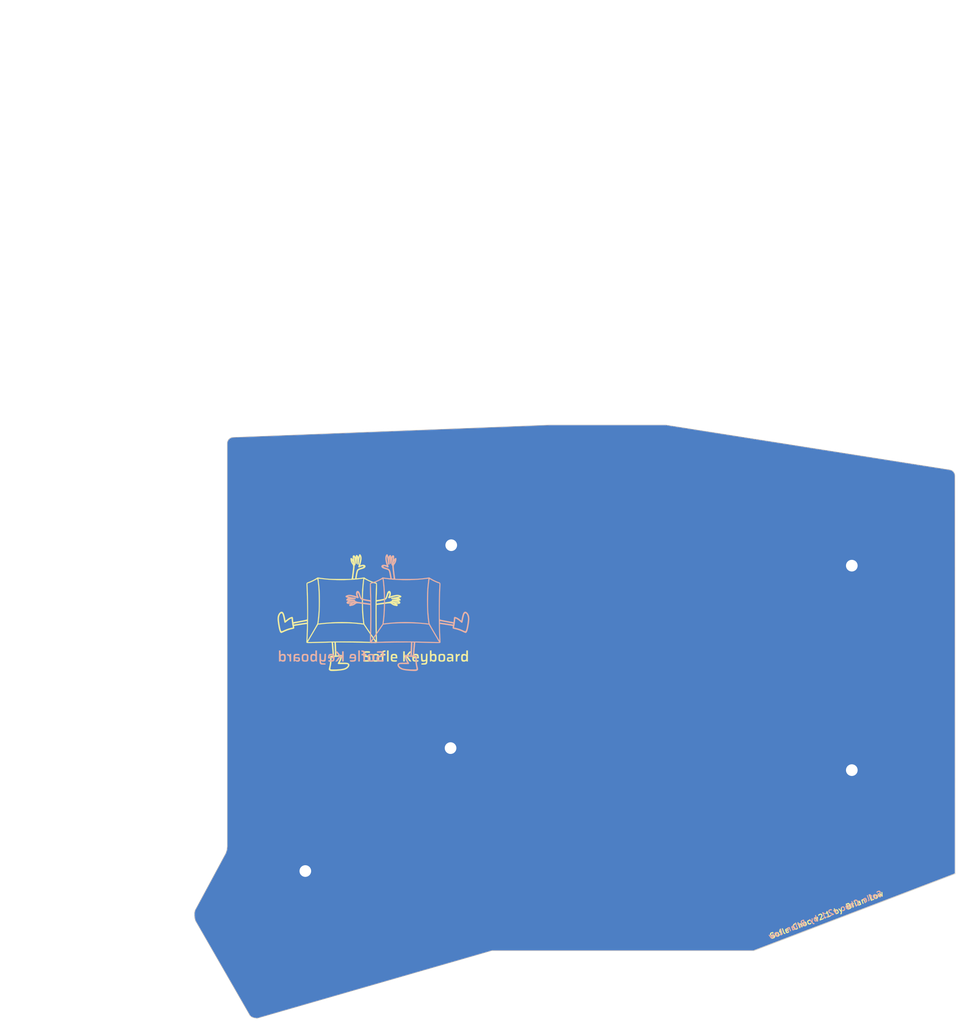
<source format=kicad_pcb>
(kicad_pcb (version 20171130) (host pcbnew "(5.1.10)-1")

  (general
    (thickness 1.6)
    (drawings 77)
    (tracks 0)
    (zones 0)
    (modules 7)
    (nets 2)
  )

  (page A4)
  (layers
    (0 F.Cu signal)
    (31 B.Cu signal)
    (32 B.Adhes user)
    (33 F.Adhes user)
    (34 B.Paste user)
    (35 F.Paste user)
    (36 B.SilkS user)
    (37 F.SilkS user)
    (38 B.Mask user)
    (39 F.Mask user)
    (40 Dwgs.User user)
    (41 Cmts.User user)
    (42 Eco1.User user)
    (43 Eco2.User user)
    (44 Edge.Cuts user)
    (45 Margin user)
    (46 B.CrtYd user)
    (47 F.CrtYd user)
    (48 B.Fab user)
    (49 F.Fab user)
  )

  (setup
    (last_trace_width 0.25)
    (user_trace_width 0.25)
    (user_trace_width 0.5)
    (trace_clearance 0.2)
    (zone_clearance 0)
    (zone_45_only no)
    (trace_min 0.2)
    (via_size 0.4)
    (via_drill 0.3)
    (via_min_size 0.4)
    (via_min_drill 0.3)
    (uvia_size 0.3)
    (uvia_drill 0.1)
    (uvias_allowed no)
    (uvia_min_size 0.2)
    (uvia_min_drill 0.1)
    (edge_width 0.15)
    (segment_width 0.2)
    (pcb_text_width 0.3)
    (pcb_text_size 1.5 1.5)
    (mod_edge_width 0.15)
    (mod_text_size 1 1)
    (mod_text_width 0.15)
    (pad_size 4.7 4.7)
    (pad_drill 2.2)
    (pad_to_mask_clearance 0.2)
    (aux_axis_origin 0 0)
    (grid_origin 150.33912 99.10264)
    (visible_elements 7EFFFEFF)
    (pcbplotparams
      (layerselection 0x010f0_ffffffff)
      (usegerberextensions true)
      (usegerberattributes false)
      (usegerberadvancedattributes false)
      (creategerberjobfile false)
      (excludeedgelayer true)
      (linewidth 0.100000)
      (plotframeref false)
      (viasonmask false)
      (mode 1)
      (useauxorigin false)
      (hpglpennumber 1)
      (hpglpenspeed 20)
      (hpglpendiameter 15.000000)
      (psnegative false)
      (psa4output false)
      (plotreference true)
      (plotvalue true)
      (plotinvisibletext false)
      (padsonsilk false)
      (subtractmaskfromsilk true)
      (outputformat 1)
      (mirror false)
      (drillshape 0)
      (scaleselection 1)
      (outputdirectory "gerber/"))
  )

  (net 0 "")
  (net 1 GND)

  (net_class Default "これは標準のネット クラスです。"
    (clearance 0.2)
    (trace_width 0.25)
    (via_dia 0.4)
    (via_drill 0.3)
    (uvia_dia 0.3)
    (uvia_drill 0.1)
  )

  (net_class GND ""
    (clearance 0.2)
    (trace_width 0.5)
    (via_dia 0.4)
    (via_drill 0.3)
    (uvia_dia 0.3)
    (uvia_drill 0.1)
    (add_net GND)
  )

  (net_class VCC ""
    (clearance 0.2)
    (trace_width 0.5)
    (via_dia 0.4)
    (via_drill 0.3)
    (uvia_dia 0.3)
    (uvia_drill 0.1)
  )

  (module SofleChoc:SofleLogo2 locked (layer F.Cu) (tedit 61CE794E) (tstamp 61CEDA9C)
    (at 107.83912 74.10264)
    (fp_text reference RefLogo (at 0 0) (layer F.SilkS) hide
      (effects (font (size 1.27 1.27) (thickness 0.15)))
    )
    (fp_text value Val** (at 0 0) (layer F.SilkS) hide
      (effects (font (size 1.27 1.27) (thickness 0.15)))
    )
    (fp_poly (pts (xy 23.65375 4.008401) (xy 23.752579 4.030575) (xy 23.795317 4.086757) (xy 23.80465 4.137267)
      (xy 23.817966 4.252867) (xy 23.910483 4.147805) (xy 24.020644 4.063355) (xy 24.140583 4.01633)
      (xy 24.232863 4.004159) (xy 24.270585 4.030887) (xy 24.27813 4.117841) (xy 24.278167 4.136674)
      (xy 24.270377 4.232012) (xy 24.231624 4.285921) (xy 24.138834 4.324932) (xy 24.105552 4.335148)
      (xy 23.98651 4.388521) (xy 23.902845 4.47416) (xy 23.849396 4.604785) (xy 23.821003 4.793121)
      (xy 23.812502 5.051889) (xy 23.8125 5.057474) (xy 23.8125 5.439834) (xy 23.516167 5.439834)
      (xy 23.516167 3.995136) (xy 23.65375 4.008401)) (layer F.SilkS) (width 0.01))
    (fp_poly (pts (xy 13.9065 4.339167) (xy 14.049024 4.339167) (xy 14.114082 4.333704) (xy 14.173052 4.309746)
      (xy 14.23864 4.25594) (xy 14.323554 4.160935) (xy 14.440499 4.013377) (xy 14.499167 3.937)
      (xy 14.630938 3.766544) (xy 14.725346 3.652587) (xy 14.795684 3.583787) (xy 14.855244 3.548804)
      (xy 14.917317 3.536293) (xy 14.970476 3.534834) (xy 15.074458 3.540202) (xy 15.130833 3.55356)
      (xy 15.134167 3.55826) (xy 15.109636 3.599873) (xy 15.044205 3.690653) (xy 14.950116 3.813853)
      (xy 14.909798 3.865177) (xy 14.788339 4.019603) (xy 14.671171 4.170192) (xy 14.580476 4.288407)
      (xy 14.568329 4.304502) (xy 14.45123 4.460338) (xy 14.813612 4.950086) (xy 15.175993 5.439834)
      (xy 14.990905 5.439834) (xy 14.911064 5.437808) (xy 14.848444 5.424164) (xy 14.789289 5.387553)
      (xy 14.719846 5.316626) (xy 14.62636 5.200033) (xy 14.503528 5.037667) (xy 14.372671 4.86592)
      (xy 14.27849 4.75139) (xy 14.208159 4.682605) (xy 14.148853 4.648095) (xy 14.087746 4.636388)
      (xy 14.05387 4.6355) (xy 13.9065 4.6355) (xy 13.9065 5.439834) (xy 13.610167 5.439834)
      (xy 13.610167 3.534834) (xy 13.9065 3.534834) (xy 13.9065 4.339167)) (layer F.SilkS) (width 0.01))
    (fp_poly (pts (xy 10.8585 5.439834) (xy 10.562167 5.439834) (xy 10.562167 3.3655) (xy 10.8585 3.3655)
      (xy 10.8585 5.439834)) (layer F.SilkS) (width 0.01))
    (fp_poly (pts (xy 10.265833 3.486578) (xy 10.258002 3.57611) (xy 10.217248 3.612597) (xy 10.119156 3.6195)
      (xy 9.986293 3.648638) (xy 9.909352 3.738761) (xy 9.884833 3.891884) (xy 9.892335 3.958858)
      (xy 9.930005 3.990589) (xy 10.020593 4.000048) (xy 10.075333 4.0005) (xy 10.192385 4.003663)
      (xy 10.247812 4.0251) (xy 10.264658 4.082732) (xy 10.265833 4.148667) (xy 10.261766 4.239707)
      (xy 10.234205 4.282817) (xy 10.160106 4.29592) (xy 10.075333 4.296834) (xy 9.884833 4.296834)
      (xy 9.884833 5.439834) (xy 9.5885 5.439834) (xy 9.5885 4.302198) (xy 9.450917 4.288932)
      (xy 9.355572 4.269842) (xy 9.318576 4.220433) (xy 9.313333 4.148667) (xy 9.32476 4.058208)
      (xy 9.376759 4.01955) (xy 9.445288 4.008821) (xy 9.523439 3.995225) (xy 9.566415 3.958947)
      (xy 9.589748 3.877278) (xy 9.603039 3.778162) (xy 9.641551 3.597699) (xy 9.716109 3.480625)
      (xy 9.842381 3.412129) (xy 10.02592 3.378416) (xy 10.265833 3.353655) (xy 10.265833 3.486578)) (layer F.SilkS) (width 0.01))
    (fp_poly (pts (xy 25.802167 5.439834) (xy 25.654 5.439834) (xy 25.552449 5.43089) (xy 25.510054 5.393773)
      (xy 25.502491 5.344584) (xy 25.492638 5.291486) (xy 25.4775 5.303141) (xy 25.403646 5.384249)
      (xy 25.272234 5.44215) (xy 25.108129 5.472984) (xy 24.936198 5.472891) (xy 24.78131 5.438011)
      (xy 24.73774 5.417972) (xy 24.644479 5.33922) (xy 24.581504 5.214292) (xy 24.545295 5.031599)
      (xy 24.532328 4.779549) (xy 24.532167 4.741334) (xy 24.8285 4.741334) (xy 24.8349 4.941096)
      (xy 24.860438 5.071077) (xy 24.914622 5.145612) (xy 25.006959 5.179037) (xy 25.123299 5.185834)
      (xy 25.289558 5.169441) (xy 25.393085 5.123005) (xy 25.396976 5.11931) (xy 25.443463 5.028045)
      (xy 25.470099 4.885433) (xy 25.477176 4.718716) (xy 25.464985 4.555139) (xy 25.433817 4.421945)
      (xy 25.388747 4.34975) (xy 25.30678 4.317947) (xy 25.179246 4.299077) (xy 25.118231 4.296834)
      (xy 24.987913 4.306798) (xy 24.9031 4.346206) (xy 24.854486 4.429336) (xy 24.832767 4.57046)
      (xy 24.8285 4.741334) (xy 24.532167 4.741334) (xy 24.54201 4.481971) (xy 24.574113 4.293021)
      (xy 24.632335 4.162257) (xy 24.720535 4.077448) (xy 24.746321 4.062714) (xy 24.927449 4.009327)
      (xy 25.132887 4.009017) (xy 25.322157 4.060354) (xy 25.36825 4.084703) (xy 25.505833 4.168589)
      (xy 25.505833 3.3655) (xy 25.802167 3.3655) (xy 25.802167 5.439834)) (layer F.SilkS) (width 0.01))
    (fp_poly (pts (xy 22.547873 4.007994) (xy 22.712411 4.02101) (xy 22.817898 4.042863) (xy 22.889948 4.082101)
      (xy 22.94977 4.142116) (xy 22.98989 4.193358) (xy 23.017663 4.248275) (xy 23.035349 4.322747)
      (xy 23.045209 4.432653) (xy 23.049504 4.59387) (xy 23.050495 4.822278) (xy 23.0505 4.849527)
      (xy 23.0505 5.439834) (xy 22.9235 5.439834) (xy 22.831588 5.427389) (xy 22.798537 5.378652)
      (xy 22.7965 5.347788) (xy 22.7965 5.255742) (xy 22.690087 5.355712) (xy 22.590134 5.423259)
      (xy 22.453495 5.46091) (xy 22.337887 5.47346) (xy 22.189014 5.479016) (xy 22.091055 5.463686)
      (xy 22.011275 5.419669) (xy 21.969344 5.385648) (xy 21.898727 5.315494) (xy 21.862518 5.241607)
      (xy 21.850269 5.133237) (xy 21.85016 5.053859) (xy 22.120766 5.053859) (xy 22.158301 5.164158)
      (xy 22.169967 5.177367) (xy 22.255861 5.215344) (xy 22.386732 5.226484) (xy 22.527622 5.211864)
      (xy 22.643574 5.172561) (xy 22.66008 5.162266) (xy 22.739942 5.05779) (xy 22.754167 4.971766)
      (xy 22.754167 4.847167) (xy 22.462362 4.847167) (xy 22.297633 4.851769) (xy 22.200084 4.867981)
      (xy 22.152608 4.899411) (xy 22.144862 4.914129) (xy 22.120766 5.053859) (xy 21.85016 5.053859)
      (xy 21.850133 5.034786) (xy 21.862506 4.869311) (xy 21.902663 4.756166) (xy 21.983607 4.685891)
      (xy 22.118339 4.649028) (xy 22.319864 4.636118) (xy 22.399023 4.6355) (xy 22.754167 4.6355)
      (xy 22.754167 4.486286) (xy 22.733277 4.376108) (xy 22.664229 4.30446) (xy 22.537455 4.267277)
      (xy 22.343386 4.260493) (xy 22.235583 4.265998) (xy 21.949833 4.285529) (xy 21.949833 4.166099)
      (xy 21.961989 4.082665) (xy 22.015005 4.039673) (xy 22.09827 4.018823) (xy 22.217783 4.006941)
      (xy 22.384106 4.003262) (xy 22.547873 4.007994)) (layer F.SilkS) (width 0.01))
    (fp_poly (pts (xy 21.238324 4.037266) (xy 21.376774 4.113519) (xy 21.464668 4.243737) (xy 21.511405 4.436931)
      (xy 21.526386 4.702111) (xy 21.5265 4.733657) (xy 21.518184 4.989137) (xy 21.490235 5.174408)
      (xy 21.438147 5.302565) (xy 21.357417 5.386702) (xy 21.289297 5.423221) (xy 21.16578 5.453632)
      (xy 20.989892 5.471516) (xy 20.793168 5.475674) (xy 20.607143 5.464905) (xy 20.521927 5.452401)
      (xy 20.429152 5.406895) (xy 20.34201 5.325457) (xy 20.303986 5.266861) (xy 20.279067 5.194547)
      (xy 20.264609 5.090365) (xy 20.257971 4.936165) (xy 20.256528 4.74165) (xy 20.552833 4.74165)
      (xy 20.554149 4.930097) (xy 20.560585 5.051246) (xy 20.575875 5.122451) (xy 20.603751 5.161071)
      (xy 20.647947 5.18446) (xy 20.648083 5.184514) (xy 20.812184 5.223118) (xy 20.977027 5.217726)
      (xy 21.110353 5.170997) (xy 21.1455 5.1435) (xy 21.191043 5.082396) (xy 21.217085 4.99769)
      (xy 21.228417 4.866619) (xy 21.230167 4.741334) (xy 21.226017 4.566396) (xy 21.210373 4.453097)
      (xy 21.178443 4.378671) (xy 21.1455 4.339167) (xy 21.026253 4.273738) (xy 20.86402 4.255284)
      (xy 20.687931 4.286413) (xy 20.661422 4.295786) (xy 20.611173 4.318549) (xy 20.579447 4.352158)
      (xy 20.561989 4.414086) (xy 20.554544 4.521809) (xy 20.552855 4.6928) (xy 20.552833 4.74165)
      (xy 20.256528 4.74165) (xy 20.2565 4.737985) (xy 20.257876 4.526768) (xy 20.264032 4.381811)
      (xy 20.278012 4.284725) (xy 20.302859 4.217122) (xy 20.341615 4.160613) (xy 20.354607 4.145165)
      (xy 20.415946 4.0849) (xy 20.488113 4.047698) (xy 20.595313 4.025759) (xy 20.761752 4.011283)
      (xy 20.772146 4.01061) (xy 21.039915 4.005966) (xy 21.238324 4.037266)) (layer F.SilkS) (width 0.01))
    (fp_poly (pts (xy 18.944167 3.774228) (xy 18.944779 3.961686) (xy 18.948771 4.077244) (xy 18.959379 4.133667)
      (xy 18.979836 4.143723) (xy 19.013377 4.120176) (xy 19.028404 4.106722) (xy 19.122199 4.056051)
      (xy 19.258348 4.019322) (xy 19.314154 4.011778) (xy 19.520898 4.011777) (xy 19.675818 4.059992)
      (xy 19.784444 4.163429) (xy 19.852305 4.329094) (xy 19.884929 4.563993) (xy 19.889891 4.741334)
      (xy 19.87643 5.018356) (xy 19.832335 5.222492) (xy 19.752031 5.361727) (xy 19.629949 5.444048)
      (xy 19.460517 5.477439) (xy 19.375327 5.478825) (xy 19.253706 5.470494) (xy 19.162767 5.454549)
      (xy 19.155833 5.45227) (xy 19.079165 5.407745) (xy 18.997083 5.342399) (xy 18.901833 5.255742)
      (xy 18.901833 5.347788) (xy 18.884663 5.414403) (xy 18.817418 5.438357) (xy 18.774833 5.439834)
      (xy 18.647833 5.439834) (xy 18.647833 4.733978) (xy 18.944167 4.733978) (xy 18.953877 4.937121)
      (xy 18.989686 5.070445) (xy 19.061605 5.147256) (xy 19.179648 5.180858) (xy 19.284211 5.185834)
      (xy 19.437449 5.170958) (xy 19.53015 5.129511) (xy 19.536353 5.122912) (xy 19.564788 5.044799)
      (xy 19.583066 4.902369) (xy 19.588574 4.741334) (xy 19.582047 4.541522) (xy 19.556091 4.411492)
      (xy 19.501145 4.336934) (xy 19.40765 4.303541) (xy 19.291566 4.296834) (xy 19.133318 4.309949)
      (xy 19.030272 4.358239) (xy 18.971767 4.455124) (xy 18.947137 4.614021) (xy 18.944167 4.733978)
      (xy 18.647833 4.733978) (xy 18.647833 3.3655) (xy 18.944167 3.3655) (xy 18.944167 3.774228)) (layer F.SilkS) (width 0.01))
    (fp_poly (pts (xy 16.184916 4.015078) (xy 16.342227 4.066493) (xy 16.447189 4.166273) (xy 16.511828 4.325943)
      (xy 16.548175 4.557028) (xy 16.548597 4.561417) (xy 16.575858 4.847167) (xy 15.593106 4.847167)
      (xy 15.622096 4.98475) (xy 15.653706 5.09271) (xy 15.690017 5.163449) (xy 15.691131 5.164667)
      (xy 15.749068 5.183543) (xy 15.869944 5.198047) (xy 16.032063 5.205994) (xy 16.110004 5.206851)
      (xy 16.488833 5.206702) (xy 16.488833 5.31833) (xy 16.463393 5.414639) (xy 16.393583 5.455485)
      (xy 16.260523 5.474908) (xy 16.082285 5.480385) (xy 15.889872 5.473237) (xy 15.714285 5.454785)
      (xy 15.586525 5.42635) (xy 15.571416 5.420455) (xy 15.468142 5.361237) (xy 15.397888 5.279074)
      (xy 15.354869 5.158367) (xy 15.333302 4.983518) (xy 15.327437 4.7625) (xy 15.332518 4.6355)
      (xy 15.60195 4.6355) (xy 16.28775 4.6355) (xy 16.260721 4.497917) (xy 16.207474 4.35754)
      (xy 16.10935 4.281679) (xy 15.955677 4.263463) (xy 15.903068 4.267559) (xy 15.765059 4.289762)
      (xy 15.687513 4.332023) (xy 15.646227 4.414587) (xy 15.627656 4.497917) (xy 15.60195 4.6355)
      (xy 15.332518 4.6355) (xy 15.338458 4.487032) (xy 15.378812 4.28385) (xy 15.456561 4.143289)
      (xy 15.579773 4.055683) (xy 15.75651 4.011366) (xy 15.963228 4.0005) (xy 16.184916 4.015078)) (layer F.SilkS) (width 0.01))
    (fp_poly (pts (xy 12.121528 4.01527) (xy 12.279631 4.067241) (xy 12.385637 4.167907) (xy 12.451646 4.328762)
      (xy 12.48976 4.561301) (xy 12.489772 4.561417) (xy 12.519363 4.847167) (xy 11.53795 4.847167)
      (xy 11.563656 4.98475) (xy 11.59271 5.092873) (xy 11.627295 5.163573) (xy 11.628269 5.164667)
      (xy 11.685666 5.183537) (xy 11.806085 5.198039) (xy 11.967907 5.20599) (xy 12.046004 5.206851)
      (xy 12.424833 5.206702) (xy 12.424833 5.31833) (xy 12.399393 5.414639) (xy 12.329583 5.455485)
      (xy 12.196523 5.474908) (xy 12.018285 5.480385) (xy 11.825872 5.473237) (xy 11.650285 5.454785)
      (xy 11.522525 5.42635) (xy 11.507416 5.420455) (xy 11.404948 5.361525) (xy 11.335236 5.279422)
      (xy 11.292563 5.158605) (xy 11.271215 4.983529) (xy 11.265499 4.7625) (xy 11.276475 4.487089)
      (xy 11.276632 4.486286) (xy 11.578167 4.486286) (xy 11.578167 4.6355) (xy 11.895667 4.6355)
      (xy 12.05716 4.634181) (xy 12.151824 4.626261) (xy 12.197492 4.605795) (xy 12.211999 4.566839)
      (xy 12.213167 4.529667) (xy 12.176999 4.396808) (xy 12.079508 4.304594) (xy 11.937207 4.260365)
      (xy 11.766612 4.271456) (xy 11.686756 4.295786) (xy 11.610332 4.342526) (xy 11.580947 4.423542)
      (xy 11.578167 4.486286) (xy 11.276632 4.486286) (xy 11.316374 4.284016) (xy 11.393283 4.143558)
      (xy 11.51529 4.055991) (xy 11.690481 4.01159) (xy 11.899228 4.0005) (xy 12.121528 4.01527)) (layer F.SilkS) (width 0.01))
    (fp_poly (pts (xy 8.604985 4.012235) (xy 8.762237 4.036046) (xy 8.846103 4.060618) (xy 8.948372 4.127858)
      (xy 9.018488 4.237469) (xy 9.060536 4.40134) (xy 9.078601 4.631358) (xy 9.080028 4.741334)
      (xy 9.070193 5.000313) (xy 9.037966 5.188517) (xy 8.979261 5.317835) (xy 8.889992 5.400154)
      (xy 8.846103 5.422049) (xy 8.715045 5.454837) (xy 8.534175 5.473239) (xy 8.337282 5.476249)
      (xy 8.158157 5.462863) (xy 8.068316 5.445189) (xy 7.958918 5.396614) (xy 7.882102 5.313831)
      (xy 7.833145 5.184457) (xy 7.807325 4.996107) (xy 7.799927 4.74165) (xy 8.106833 4.74165)
      (xy 8.108149 4.930097) (xy 8.114585 5.051246) (xy 8.129875 5.122451) (xy 8.157751 5.161071)
      (xy 8.201947 5.18446) (xy 8.202083 5.184514) (xy 8.350579 5.219276) (xy 8.510967 5.220075)
      (xy 8.645054 5.188222) (xy 8.680825 5.168079) (xy 8.721497 5.126801) (xy 8.746266 5.063077)
      (xy 8.758828 4.957706) (xy 8.762882 4.791489) (xy 8.763 4.741334) (xy 8.760414 4.557968)
      (xy 8.750191 4.439976) (xy 8.728634 4.36816) (xy 8.692047 4.323318) (xy 8.680825 4.314588)
      (xy 8.556364 4.266269) (xy 8.392954 4.258103) (xy 8.226961 4.291558) (xy 8.215422 4.295786)
      (xy 8.165173 4.318549) (xy 8.133447 4.352158) (xy 8.115989 4.414086) (xy 8.108544 4.521809)
      (xy 8.106855 4.6928) (xy 8.106833 4.74165) (xy 7.799927 4.74165) (xy 7.799917 4.741334)
      (xy 7.807069 4.476027) (xy 7.835144 4.283183) (xy 7.894063 4.151315) (xy 7.993751 4.068936)
      (xy 8.14413 4.02456) (xy 8.355124 4.006699) (xy 8.436276 4.00472) (xy 8.604985 4.012235)) (layer F.SilkS) (width 0.01))
    (fp_poly (pts (xy 7.057475 3.51081) (xy 7.064955 3.5116) (xy 7.214001 3.529075) (xy 7.297713 3.548606)
      (xy 7.334943 3.581251) (xy 7.344545 3.638068) (xy 7.344874 3.675786) (xy 7.344916 3.81)
      (xy 6.925388 3.79557) (xy 6.730426 3.790413) (xy 6.600708 3.793009) (xy 6.516948 3.806312)
      (xy 6.459859 3.833276) (xy 6.412937 3.874063) (xy 6.346178 3.97162) (xy 6.344248 4.08777)
      (xy 6.346031 4.097073) (xy 6.368885 4.192751) (xy 6.387902 4.242994) (xy 6.388223 4.243335)
      (xy 6.434469 4.255952) (xy 6.545332 4.276513) (xy 6.701525 4.301609) (xy 6.800532 4.316218)
      (xy 6.981288 4.34393) (xy 7.13497 4.370851) (xy 7.238842 4.392844) (xy 7.265016 4.400709)
      (xy 7.35257 4.48175) (xy 7.40746 4.639445) (xy 7.429144 4.872111) (xy 7.4295 4.911991)
      (xy 7.424835 5.069913) (xy 7.404518 5.174948) (xy 7.359065 5.25865) (xy 7.306053 5.322749)
      (xy 7.182606 5.461) (xy 6.745136 5.46702) (xy 6.548031 5.467726) (xy 6.371426 5.464756)
      (xy 6.239769 5.4587) (xy 6.19125 5.453625) (xy 6.106193 5.423629) (xy 6.076636 5.353749)
      (xy 6.074833 5.310022) (xy 6.074833 5.185834) (xy 6.537476 5.185834) (xy 6.756316 5.183134)
      (xy 6.905834 5.173762) (xy 7.001239 5.155804) (xy 7.057742 5.127348) (xy 7.066643 5.11931)
      (xy 7.113772 5.025932) (xy 7.132007 4.895912) (xy 7.11757 4.773459) (xy 7.099644 4.732973)
      (xy 7.046275 4.705553) (xy 6.928609 4.672669) (xy 6.766373 4.639269) (xy 6.649992 4.620164)
      (xy 6.415656 4.579764) (xy 6.25232 4.533073) (xy 6.146433 4.46938) (xy 6.084445 4.377973)
      (xy 6.052806 4.24814) (xy 6.04221 4.139728) (xy 6.044755 3.90742) (xy 6.092154 3.737729)
      (xy 6.188091 3.61929) (xy 6.217831 3.597827) (xy 6.355592 3.542219) (xy 6.555209 3.50778)
      (xy 6.796048 3.49661) (xy 7.057475 3.51081)) (layer F.SilkS) (width 0.01))
    (fp_poly (pts (xy 17.088988 4.00817) (xy 17.229667 4.021667) (xy 17.250833 4.550834) (xy 17.261557 4.757417)
      (xy 17.275378 4.935192) (xy 17.290561 5.065931) (xy 17.305372 5.131403) (xy 17.306248 5.132917)
      (xy 17.372401 5.16931) (xy 17.487821 5.183901) (xy 17.620096 5.177171) (xy 17.736813 5.149602)
      (xy 17.782492 5.125834) (xy 17.817296 5.091546) (xy 17.841631 5.038208) (xy 17.857967 4.950602)
      (xy 17.868774 4.81351) (xy 17.876523 4.611714) (xy 17.878702 4.533168) (xy 17.892738 4.0005)
      (xy 18.182167 4.0005) (xy 18.182101 4.815417) (xy 18.179508 5.168031) (xy 18.168056 5.445113)
      (xy 18.142143 5.655735) (xy 18.096166 5.808969) (xy 18.024519 5.913887) (xy 17.921602 5.979561)
      (xy 17.781809 6.015062) (xy 17.599538 6.029463) (xy 17.43075 6.031876) (xy 17.039167 6.0325)
      (xy 17.039167 5.787188) (xy 17.402413 5.772261) (xy 17.613123 5.756675) (xy 17.753087 5.72391)
      (xy 17.83591 5.664058) (xy 17.875199 5.567208) (xy 17.884562 5.423453) (xy 17.884546 5.421159)
      (xy 17.879745 5.319359) (xy 17.86473 5.292675) (xy 17.840811 5.322163) (xy 17.761747 5.388336)
      (xy 17.627257 5.438747) (xy 17.46616 5.466113) (xy 17.30727 5.463151) (xy 17.292169 5.460832)
      (xy 17.181053 5.43615) (xy 17.099201 5.397053) (xy 17.041804 5.331417) (xy 17.004053 5.227118)
      (xy 16.981141 5.072032) (xy 16.968259 4.854034) (xy 16.961988 4.628276) (xy 16.94831 3.994674)
      (xy 17.088988 4.00817)) (layer F.SilkS) (width 0.01))
    (fp_poly (pts (xy 5.525076 -14.710217) (xy 5.617448 -14.593052) (xy 5.671753 -14.491654) (xy 5.737128 -14.296193)
      (xy 5.764176 -14.063362) (xy 5.752229 -13.78537) (xy 5.700618 -13.454427) (xy 5.608674 -13.062741)
      (xy 5.522913 -12.758195) (xy 5.511594 -12.707761) (xy 5.528908 -12.68754) (xy 5.592582 -12.694689)
      (xy 5.720341 -12.72636) (xy 5.720668 -12.726445) (xy 5.940047 -12.772426) (xy 6.112629 -12.779426)
      (xy 6.266837 -12.747327) (xy 6.328686 -12.723956) (xy 6.454372 -12.636295) (xy 6.510363 -12.518207)
      (xy 6.498076 -12.385218) (xy 6.418927 -12.252852) (xy 6.275138 -12.137104) (xy 6.169224 -12.088043)
      (xy 6.011041 -12.029611) (xy 5.830538 -11.972644) (xy 5.785357 -11.95988) (xy 5.538844 -11.887042)
      (xy 5.360918 -11.819921) (xy 5.236743 -11.749753) (xy 5.151488 -11.667773) (xy 5.090319 -11.565217)
      (xy 5.080512 -11.543411) (xy 5.050789 -11.452122) (xy 5.014174 -11.306093) (xy 4.97391 -11.122815)
      (xy 4.933241 -10.919777) (xy 4.89541 -10.714469) (xy 4.86366 -10.524381) (xy 4.841235 -10.367003)
      (xy 4.831376 -10.259824) (xy 4.835334 -10.221222) (xy 4.880321 -10.220754) (xy 4.992219 -10.229736)
      (xy 5.154055 -10.246118) (xy 5.348859 -10.26785) (xy 5.559657 -10.292884) (xy 5.769479 -10.31917)
      (xy 5.961353 -10.344658) (xy 6.118306 -10.367301) (xy 6.223367 -10.385049) (xy 6.25475 -10.392605)
      (xy 6.302672 -10.387285) (xy 6.307667 -10.372721) (xy 6.343614 -10.333351) (xy 6.442086 -10.265532)
      (xy 6.589025 -10.176923) (xy 6.770374 -10.075182) (xy 6.972075 -9.967968) (xy 7.180072 -9.862939)
      (xy 7.380307 -9.767754) (xy 7.558723 -9.690072) (xy 7.566352 -9.686973) (xy 7.78069 -9.606358)
      (xy 8.011065 -9.529407) (xy 8.21756 -9.46919) (xy 8.275436 -9.454804) (xy 8.44547 -9.408358)
      (xy 8.555587 -9.363475) (xy 8.593667 -9.325884) (xy 8.622441 -9.275359) (xy 8.640799 -9.271)
      (xy 8.652106 -9.23049) (xy 8.660191 -9.116121) (xy 8.665175 -8.938635) (xy 8.667181 -8.708773)
      (xy 8.666329 -8.437277) (xy 8.662743 -8.134889) (xy 8.656544 -7.81235) (xy 8.647853 -7.480402)
      (xy 8.636794 -7.149787) (xy 8.623487 -6.831246) (xy 8.610173 -6.57225) (xy 8.585519 -6.138333)
      (xy 8.69968 -6.138333) (xy 8.808406 -6.146916) (xy 8.974633 -6.170162) (xy 9.179129 -6.204318)
      (xy 9.402662 -6.245632) (xy 9.626 -6.29035) (xy 9.829912 -6.334719) (xy 9.995167 -6.374987)
      (xy 10.102532 -6.4074) (xy 10.12248 -6.415989) (xy 10.20247 -6.469393) (xy 10.269505 -6.547082)
      (xy 10.330735 -6.663112) (xy 10.39331 -6.831542) (xy 10.464382 -7.066427) (xy 10.478179 -7.115244)
      (xy 10.560521 -7.382179) (xy 10.639742 -7.576963) (xy 10.722537 -7.711542) (xy 10.815603 -7.79786)
      (xy 10.879791 -7.831718) (xy 11.016137 -7.853275) (xy 11.129015 -7.804174) (xy 11.214494 -7.696139)
      (xy 11.268641 -7.540894) (xy 11.287524 -7.350164) (xy 11.267212 -7.135672) (xy 11.203772 -6.909144)
      (xy 11.195969 -6.88896) (xy 11.184425 -6.840543) (xy 11.21894 -6.836626) (xy 11.287584 -6.860311)
      (xy 11.470328 -6.91942) (xy 11.700932 -6.978885) (xy 11.952405 -7.033251) (xy 12.197757 -7.077064)
      (xy 12.409997 -7.104872) (xy 12.532938 -7.111945) (xy 12.727602 -7.094235) (xy 12.920875 -7.046681)
      (xy 13.090998 -6.977759) (xy 13.216211 -6.895945) (xy 13.270287 -6.824729) (xy 13.25998 -6.749603)
      (xy 13.197782 -6.670362) (xy 13.110288 -6.614646) (xy 13.057899 -6.604) (xy 12.978977 -6.589681)
      (xy 12.885916 -6.559924) (xy 12.769986 -6.515847) (xy 12.914456 -6.443507) (xy 13.03504 -6.350339)
      (xy 13.107331 -6.228529) (xy 13.117265 -6.104244) (xy 13.109925 -6.079787) (xy 13.055558 -6.030417)
      (xy 12.934718 -6.010763) (xy 12.902412 -6.010046) (xy 12.795851 -6.006431) (xy 12.763451 -5.99421)
      (xy 12.794776 -5.968183) (xy 12.805833 -5.961931) (xy 12.968605 -5.846354) (xy 13.058421 -5.724158)
      (xy 13.072111 -5.603297) (xy 13.006503 -5.491723) (xy 12.996901 -5.482681) (xy 12.898766 -5.425412)
      (xy 12.7624 -5.40571) (xy 12.571058 -5.422034) (xy 12.488333 -5.435913) (xy 12.297833 -5.470716)
      (xy 12.410344 -5.381191) (xy 12.499547 -5.319943) (xy 12.564579 -5.291858) (xy 12.567765 -5.291666)
      (xy 12.593697 -5.259228) (xy 12.569313 -5.161084) (xy 12.523505 -5.055408) (xy 12.496461 -5.009695)
      (xy 12.456911 -4.988431) (xy 12.383645 -4.989352) (xy 12.255454 -5.010194) (xy 12.199063 -5.020757)
      (xy 11.973491 -5.068713) (xy 11.802921 -5.121038) (xy 11.658014 -5.189523) (xy 11.509432 -5.285959)
      (xy 11.472333 -5.312833) (xy 11.380092 -5.380016) (xy 11.299826 -5.432305) (xy 11.220666 -5.470112)
      (xy 11.131743 -5.493846) (xy 11.022187 -5.50392) (xy 10.88113 -5.500741) (xy 10.697703 -5.484723)
      (xy 10.461036 -5.456273) (xy 10.160261 -5.415804) (xy 9.857318 -5.373821) (xy 9.547514 -5.331006)
      (xy 9.264742 -5.292257) (xy 9.019942 -5.259047) (xy 8.824052 -5.232848) (xy 8.688009 -5.215133)
      (xy 8.622752 -5.207373) (xy 8.619211 -5.207146) (xy 8.613818 -5.166075) (xy 8.609477 -5.048037)
      (xy 8.606138 -4.860723) (xy 8.603752 -4.611825) (xy 8.60227 -4.309035) (xy 8.601645 -3.960044)
      (xy 8.601826 -3.572545) (xy 8.602765 -3.15423) (xy 8.604412 -2.71279) (xy 8.60672 -2.255917)
      (xy 8.609639 -1.791303) (xy 8.61312 -1.32664) (xy 8.617114 -0.86962) (xy 8.621573 -0.427934)
      (xy 8.626447 -0.009275) (xy 8.631688 0.378666) (xy 8.637246 0.728197) (xy 8.643073 1.031626)
      (xy 8.64912 1.281261) (xy 8.655338 1.469411) (xy 8.661677 1.588383) (xy 8.662483 1.598084)
      (xy 8.674196 1.758625) (xy 8.672502 1.852072) (xy 8.655295 1.895239) (xy 8.624049 1.905)
      (xy 8.557024 1.930452) (xy 8.542921 1.951404) (xy 8.510131 1.966496) (xy 8.420079 1.974535)
      (xy 8.266625 1.975502) (xy 8.043628 1.96938) (xy 7.744951 1.956149) (xy 7.597476 1.948574)
      (xy 7.390488 1.939591) (xy 7.109014 1.930385) (xy 6.763236 1.921154) (xy 6.363332 1.912093)
      (xy 5.919484 1.903399) (xy 5.441872 1.895269) (xy 4.940675 1.887897) (xy 4.426075 1.881481)
      (xy 3.908251 1.876217) (xy 3.79276 1.875215) (xy 0.918021 1.85109) (xy 0.946662 2.523628)
      (xy 0.959287 2.815115) (xy 0.973486 3.134962) (xy 0.987663 3.447648) (xy 1.000222 3.717657)
      (xy 1.002189 3.759011) (xy 1.029073 4.321856) (xy 1.138953 4.301661) (xy 1.382776 4.260124)
      (xy 1.607692 4.227841) (xy 1.797474 4.20664) (xy 1.935898 4.198348) (xy 2.00516 4.204132)
      (xy 2.054266 4.265541) (xy 2.07189 4.3891) (xy 2.06065 4.559463) (xy 2.023166 4.761285)
      (xy 1.962057 4.979218) (xy 1.879942 5.197919) (xy 1.810444 5.345018) (xy 1.740317 5.479911)
      (xy 1.686494 5.584072) (xy 1.660161 5.635851) (xy 1.659788 5.636632) (xy 1.694693 5.646119)
      (xy 1.799442 5.653269) (xy 1.959234 5.657534) (xy 2.159264 5.658365) (xy 2.230984 5.657799)
      (xy 2.55801 5.658078) (xy 2.813127 5.668088) (xy 3.008727 5.689715) (xy 3.157205 5.724845)
      (xy 3.270952 5.775362) (xy 3.344132 5.82716) (xy 3.448292 5.962417) (xy 3.47271 6.125139)
      (xy 3.417387 6.314337) (xy 3.344008 6.443044) (xy 3.205309 6.617673) (xy 3.03495 6.764368)
      (xy 2.824997 6.885816) (xy 2.567517 6.984705) (xy 2.254576 7.063723) (xy 1.878239 7.125557)
      (xy 1.430573 7.172896) (xy 1.122556 7.195579) (xy 0.770313 7.216687) (xy 0.490941 7.229564)
      (xy 0.27303 7.234107) (xy 0.105175 7.230211) (xy -0.02403 7.217769) (xy -0.125994 7.196678)
      (xy -0.167905 7.183694) (xy -0.285911 7.118065) (xy -0.373788 7.02709) (xy -0.377828 7.020249)
      (xy -0.40622 6.958608) (xy -0.416573 6.891859) (xy -0.411013 6.834673) (xy -0.117712 6.834673)
      (xy -0.113886 6.873449) (xy -0.094448 6.899496) (xy -0.051157 6.91811) (xy 0.028166 6.930447)
      (xy 0.155696 6.937661) (xy 0.343611 6.940908) (xy 0.601921 6.941346) (xy 0.885233 6.936864)
      (xy 1.186201 6.925478) (xy 1.473869 6.908763) (xy 1.717285 6.888293) (xy 1.778 6.881542)
      (xy 1.99729 6.851003) (xy 2.208675 6.81427) (xy 2.384421 6.77654) (xy 2.4765 6.750601)
      (xy 2.705096 6.65343) (xy 2.900538 6.534229) (xy 3.054255 6.402616) (xy 3.157678 6.26821)
      (xy 3.202235 6.140632) (xy 3.179357 6.029499) (xy 3.151076 5.993457) (xy 3.118454 5.96892)
      (xy 3.068967 5.950864) (xy 2.991075 5.938516) (xy 2.873236 5.931104) (xy 2.703912 5.927854)
      (xy 2.47156 5.927993) (xy 2.208078 5.930281) (xy 1.911834 5.932747) (xy 1.689146 5.932536)
      (xy 1.528928 5.928912) (xy 1.420092 5.921143) (xy 1.351552 5.908494) (xy 1.31222 5.890231)
      (xy 1.293456 5.869723) (xy 1.274465 5.784831) (xy 1.309283 5.704563) (xy 1.424757 5.506781)
      (xy 1.535092 5.293289) (xy 1.634392 5.078649) (xy 1.71676 4.87742) (xy 1.776297 4.704164)
      (xy 1.807107 4.57344) (xy 1.803292 4.499811) (xy 1.799348 4.494571) (xy 1.751082 4.490902)
      (xy 1.639693 4.498516) (xy 1.485732 4.515783) (xy 1.419159 4.524702) (xy 1.218105 4.548772)
      (xy 0.97058 4.572491) (xy 0.714726 4.592413) (xy 0.573674 4.601079) (xy 0.088154 4.627098)
      (xy 0.087795 5.131562) (xy 0.086628 5.361638) (xy 0.081689 5.543522) (xy 0.070255 5.701681)
      (xy 0.049606 5.860581) (xy 0.017021 6.044688) (xy -0.030222 6.278468) (xy -0.050613 6.376032)
      (xy -0.085841 6.562129) (xy -0.109099 6.722018) (xy -0.117712 6.834673) (xy -0.411013 6.834673)
      (xy -0.407551 6.79907) (xy -0.377819 6.659307) (xy -0.34677 6.533415) (xy -0.272088 6.207787)
      (xy -0.220456 5.904374) (xy -0.188547 5.594094) (xy -0.173037 5.24787) (xy -0.170172 4.989279)
      (xy -0.169301 4.746792) (xy -0.163269 4.576295) (xy -0.145722 4.465121) (xy -0.110303 4.400603)
      (xy -0.050656 4.370072) (xy 0.039576 4.360862) (xy 0.145415 4.360334) (xy 0.326238 4.360334)
      (xy 0.310998 4.15925) (xy 0.278305 3.732079) (xy 0.247124 3.332718) (xy 0.218229 2.970625)
      (xy 0.192394 2.655259) (xy 0.170396 2.396076) (xy 0.153008 2.202534) (xy 0.141113 2.085031)
      (xy 0.119328 1.897047) (xy 0.385396 1.897047) (xy 0.388255 1.977137) (xy 0.394971 2.021417)
      (xy 0.405475 2.110644) (xy 0.420643 2.269151) (xy 0.439167 2.481765) (xy 0.459737 2.733308)
      (xy 0.481047 3.008607) (xy 0.487149 3.090334) (xy 0.514144 3.4515) (xy 0.5364 3.73704)
      (xy 0.555092 3.955787) (xy 0.571398 4.116576) (xy 0.586493 4.22824) (xy 0.601554 4.299612)
      (xy 0.617756 4.339525) (xy 0.636277 4.356815) (xy 0.656262 4.360334) (xy 0.726564 4.334475)
      (xy 0.739899 4.319512) (xy 0.744635 4.268186) (xy 0.745543 4.143365) (xy 0.742862 3.956123)
      (xy 0.736828 3.717534) (xy 0.727681 3.43867) (xy 0.715656 3.130607) (xy 0.713108 3.070679)
      (xy 0.661088 1.862667) (xy 0.515633 1.862667) (xy 0.421586 1.867138) (xy 0.385396 1.897047)
      (xy 0.119328 1.897047) (xy 0.11537 1.862895) (xy -0.482065 1.884248) (xy -1.086633 1.905061)
      (xy -1.659464 1.923216) (xy -2.195309 1.938625) (xy -2.688919 1.9512) (xy -3.135046 1.960855)
      (xy -3.528439 1.9675) (xy -3.863849 1.971049) (xy -4.136027 1.971414) (xy -4.339723 1.968507)
      (xy -4.469689 1.96224) (xy -4.520675 1.952526) (xy -4.521148 1.951724) (xy -4.571096 1.909343)
      (xy -4.59846 1.905) (xy -4.629961 1.890493) (xy -4.644733 1.836248) (xy -4.644748 1.778)
      (xy -4.357923 1.778) (xy -4.318577 1.783197) (xy -4.207479 1.785163) (xy -4.037479 1.783996)
      (xy -3.821425 1.779794) (xy -3.572167 1.772657) (xy -3.545468 1.771771) (xy -3.347113 1.765645)
      (xy -3.075225 1.758062) (xy -2.740919 1.749295) (xy -2.355311 1.739615) (xy -1.929519 1.729294)
      (xy -1.474656 1.718603) (xy -1.00184 1.707813) (xy -0.522185 1.697197) (xy -0.275167 1.691865)
      (xy 0.826165 1.673003) (xy 1.940579 1.662939) (xy 3.051864 1.661567) (xy 4.143807 1.668778)
      (xy 5.200194 1.684465) (xy 6.204813 1.708521) (xy 7.14145 1.740838) (xy 7.145812 1.741016)
      (xy 7.449987 1.752546) (xy 7.725841 1.761406) (xy 7.962255 1.76737) (xy 8.148113 1.770208)
      (xy 8.272297 1.769691) (xy 8.323691 1.765592) (xy 8.32422 1.765224) (xy 8.305805 1.726718)
      (xy 8.244129 1.625336) (xy 8.143774 1.468059) (xy 8.00932 1.261864) (xy 7.845349 1.013731)
      (xy 7.656443 0.730639) (xy 7.447183 0.419566) (xy 7.240945 0.115134) (xy 6.134907 -1.512194)
      (xy 5.53337 -1.581878) (xy 5.160918 -1.6241) (xy 4.830525 -1.658978) (xy 4.528208 -1.6872)
      (xy 4.239986 -1.709455) (xy 3.951877 -1.726429) (xy 3.649899 -1.73881) (xy 3.32007 -1.747287)
      (xy 2.948408 -1.752546) (xy 2.520932 -1.755277) (xy 2.023659 -1.756165) (xy 1.989667 -1.756175)
      (xy 1.395995 -1.754602) (xy 0.871361 -1.749062) (xy 0.400192 -1.738761) (xy -0.033082 -1.722906)
      (xy -0.44403 -1.700704) (xy -0.848225 -1.671362) (xy -1.261236 -1.634086) (xy -1.698634 -1.588084)
      (xy -2.008876 -1.552481) (xy -2.430252 -1.502833) (xy -3.39283 0.127) (xy -3.592029 0.464649)
      (xy -3.777414 0.779591) (xy -3.94465 1.064407) (xy -4.089399 1.31168) (xy -4.207325 1.513991)
      (xy -4.294092 1.663922) (xy -4.345364 1.754055) (xy -4.357923 1.778) (xy -4.644748 1.778)
      (xy -4.644762 1.726179) (xy -4.636363 1.598084) (xy -4.628401 1.470037) (xy -4.618548 1.271763)
      (xy -4.607322 1.017668) (xy -4.595241 0.722157) (xy -4.582824 0.399637) (xy -4.570587 0.064512)
      (xy -4.55905 -0.268812) (xy -4.548731 -0.585929) (xy -4.540147 -0.872433) (xy -4.533816 -1.11392)
      (xy -4.530257 -1.295983) (xy -4.529667 -1.368829) (xy -4.529667 -1.619574) (xy -4.751917 -1.591317)
      (xy -4.946659 -1.565147) (xy -5.181219 -1.531398) (xy -5.442634 -1.492169) (xy -5.717941 -1.449561)
      (xy -5.994178 -1.405673) (xy -6.258382 -1.362605) (xy -6.497592 -1.322458) (xy -6.698844 -1.287331)
      (xy -6.849176 -1.259325) (xy -6.935626 -1.24054) (xy -6.95113 -1.235022) (xy -6.960547 -1.179975)
      (xy -6.949666 -1.074505) (xy -6.939274 -1.02187) (xy -6.919068 -0.892964) (xy -6.936187 -0.805931)
      (xy -7.003282 -0.747652) (xy -7.133005 -0.705006) (xy -7.272179 -0.676635) (xy -7.687722 -0.57906)
      (xy -8.141373 -0.434252) (xy -8.607652 -0.250876) (xy -8.862062 -0.135864) (xy -9.067553 -0.039318)
      (xy -9.211958 0.024413) (xy -9.310293 0.05962) (xy -9.377575 0.070595) (xy -9.42882 0.061628)
      (xy -9.474983 0.039303) (xy -9.564082 -0.048349) (xy -9.650262 -0.210714) (xy -9.734075 -0.449702)
      (xy -9.816072 -0.767225) (xy -9.896806 -1.165192) (xy -9.976827 -1.645514) (xy -9.993565 -1.756833)
      (xy -10.046107 -2.172447) (xy -10.069729 -2.519885) (xy -10.069602 -2.527125) (xy -9.811989 -2.527125)
      (xy -9.796235 -2.291758) (xy -9.767121 -2.018342) (xy -9.72726 -1.722387) (xy -9.679268 -1.419401)
      (xy -9.62576 -1.124891) (xy -9.569351 -0.854365) (xy -9.512656 -0.623332) (xy -9.458291 -0.4473)
      (xy -9.413855 -0.34925) (xy -9.346552 -0.277521) (xy -9.28969 -0.254) (xy -9.226121 -0.271461)
      (xy -9.106179 -0.318517) (xy -8.949356 -0.387173) (xy -8.835582 -0.440215) (xy -8.398813 -0.626712)
      (xy -7.944478 -0.781125) (xy -7.509906 -0.890937) (xy -7.464798 -0.899778) (xy -7.190191 -0.95187)
      (xy -7.21705 -1.079185) (xy -7.313871 -1.59863) (xy -7.316804 -1.620706) (xy -7.065777 -1.620706)
      (xy -7.030224 -1.554957) (xy -6.972725 -1.524) (xy -6.915526 -1.530414) (xy -6.787781 -1.548356)
      (xy -6.602533 -1.575875) (xy -6.372823 -1.611022) (xy -6.111693 -1.651845) (xy -6.008313 -1.668222)
      (xy -5.720392 -1.713273) (xy -5.441737 -1.755554) (xy -5.189949 -1.792493) (xy -4.982631 -1.821519)
      (xy -4.837384 -1.840061) (xy -4.815417 -1.842487) (xy -4.529667 -1.87253) (xy -4.529667 -2.015765)
      (xy -4.543796 -2.118889) (xy -4.581533 -2.158154) (xy -4.582583 -2.158158) (xy -4.645215 -2.150056)
      (xy -4.775481 -2.128169) (xy -4.960739 -2.094947) (xy -5.188344 -2.05284) (xy -5.445653 -2.004298)
      (xy -5.720022 -1.951774) (xy -5.998807 -1.897717) (xy -6.269364 -1.844578) (xy -6.51905 -1.794807)
      (xy -6.735221 -1.750856) (xy -6.905232 -1.715175) (xy -7.01644 -1.690214) (xy -7.056025 -1.678753)
      (xy -7.065777 -1.620706) (xy -7.316804 -1.620706) (xy -7.377385 -2.076598) (xy -7.394473 -2.276226)
      (xy -7.408096 -2.459387) (xy -7.421695 -2.572825) (xy -7.43994 -2.631352) (xy -7.467504 -2.649782)
      (xy -7.509058 -2.642926) (xy -7.510022 -2.642645) (xy -7.662299 -2.576681) (xy -7.85469 -2.460623)
      (xy -8.069627 -2.306351) (xy -8.289539 -2.125748) (xy -8.33762 -2.082958) (xy -8.504354 -1.939915)
      (xy -8.624248 -1.860753) (xy -8.706902 -1.846239) (xy -8.761914 -1.897138) (xy -8.798881 -2.014219)
      (xy -8.817076 -2.121265) (xy -8.849541 -2.315023) (xy -8.894645 -2.542322) (xy -8.947626 -2.783133)
      (xy -9.003723 -3.01743) (xy -9.058173 -3.225184) (xy -9.106215 -3.386369) (xy -9.137941 -3.470715)
      (xy -9.221748 -3.590383) (xy -9.318841 -3.635271) (xy -9.422576 -3.612887) (xy -9.526313 -3.53074)
      (xy -9.623411 -3.396339) (xy -9.707227 -3.217192) (xy -9.77112 -3.000807) (xy -9.808448 -2.754693)
      (xy -9.811766 -2.708937) (xy -9.811989 -2.527125) (xy -10.069602 -2.527125) (xy -10.064594 -2.810484)
      (xy -10.030869 -3.055581) (xy -10.01348 -3.128462) (xy -9.922308 -3.380513) (xy -9.796702 -3.599979)
      (xy -9.647633 -3.774247) (xy -9.486069 -3.890704) (xy -9.322979 -3.936737) (xy -9.310321 -3.937)
      (xy -9.169436 -3.906753) (xy -9.044904 -3.813134) (xy -8.934378 -3.651821) (xy -8.835506 -3.418497)
      (xy -8.745941 -3.108839) (xy -8.671577 -2.762524) (xy -8.63405 -2.568218) (xy -8.601672 -2.406691)
      (xy -8.57789 -2.29474) (xy -8.566155 -2.24916) (xy -8.566137 -2.249134) (xy -8.532008 -2.267665)
      (xy -8.45127 -2.330871) (xy -8.339716 -2.426209) (xy -8.309857 -2.452705) (xy -8.086143 -2.626311)
      (xy -7.836941 -2.776567) (xy -7.589846 -2.888589) (xy -7.401395 -2.942755) (xy -7.310956 -2.952217)
      (xy -7.246706 -2.933817) (xy -7.203017 -2.87575) (xy -7.174263 -2.766209) (xy -7.154818 -2.59339)
      (xy -7.142006 -2.398521) (xy -7.130663 -2.220798) (xy -7.119224 -2.07828) (xy -7.109324 -1.989692)
      (xy -7.104577 -1.96997) (xy -7.061152 -1.974471) (xy -6.944721 -1.992891) (xy -6.765475 -2.023448)
      (xy -6.533605 -2.064358) (xy -6.259305 -2.113836) (xy -5.952764 -2.170098) (xy -5.812597 -2.196115)
      (xy -5.449245 -2.264254) (xy -5.160638 -2.319771) (xy -4.938152 -2.364804) (xy -4.773161 -2.401493)
      (xy -4.65704 -2.431976) (xy -4.581165 -2.458393) (xy -4.53691 -2.482882) (xy -4.515652 -2.507584)
      (xy -4.511425 -2.518833) (xy -4.50187 -2.599972) (xy -4.494899 -2.757474) (xy -4.490378 -2.983083)
      (xy -4.488175 -3.26854) (xy -4.488157 -3.605586) (xy -4.490191 -3.985962) (xy -4.494145 -4.401411)
      (xy -4.499884 -4.843674) (xy -4.507278 -5.304491) (xy -4.516192 -5.775605) (xy -4.526494 -6.248758)
      (xy -4.538051 -6.71569) (xy -4.55073 -7.168144) (xy -4.564399 -7.59786) (xy -4.578924 -7.996581)
      (xy -4.594174 -8.356047) (xy -4.610014 -8.668001) (xy -4.61045 -8.675719) (xy -4.624599 -8.933124)
      (xy -4.628358 -9.120597) (xy -4.625499 -9.147442) (xy -4.44036 -9.147442) (xy -4.436116 -9.011076)
      (xy -4.426797 -8.85825) (xy -4.402817 -8.434556) (xy -4.381859 -7.939898) (xy -4.363928 -7.384177)
      (xy -4.349025 -6.777295) (xy -4.337153 -6.129155) (xy -4.328313 -5.449658) (xy -4.322509 -4.748706)
      (xy -4.319742 -4.036202) (xy -4.320015 -3.322047) (xy -4.32333 -2.616145) (xy -4.329689 -1.928395)
      (xy -4.339095 -1.268702) (xy -4.351549 -0.646966) (xy -4.367055 -0.07309) (xy -4.385615 0.443024)
      (xy -4.40723 0.891474) (xy -4.424472 1.163901) (xy -4.432411 1.330169) (xy -4.428651 1.433103)
      (xy -4.413657 1.463218) (xy -4.409858 1.460235) (xy -4.380628 1.415644) (xy -4.313394 1.305901)
      (xy -4.212889 1.138946) (xy -4.083844 0.922716) (xy -3.930989 0.665151) (xy -3.759057 0.374189)
      (xy -3.57278 0.057768) (xy -3.493607 -0.077057) (xy -3.301937 -0.405424) (xy -3.122936 -0.715423)
      (xy -2.961396 -0.998506) (xy -2.822107 -1.246129) (xy -2.709863 -1.449744) (xy -2.629455 -1.600806)
      (xy -2.585676 -1.690769) (xy -2.579712 -1.70689) (xy -2.571568 -1.747932) (xy -2.368913 -1.747932)
      (xy -2.357737 -1.704136) (xy -2.315153 -1.704748) (xy -2.302764 -1.708355) (xy -2.238337 -1.719291)
      (xy -2.102995 -1.73609) (xy -1.910174 -1.757299) (xy -1.673308 -1.781466) (xy -1.405834 -1.807139)
      (xy -1.291167 -1.817696) (xy -0.370498 -1.893393) (xy 0.485377 -1.946438) (xy 1.293115 -1.97728)
      (xy 2.069378 -1.986367) (xy 2.830824 -1.974148) (xy 3.4925 -1.946627) (xy 3.853319 -1.925112)
      (xy 4.237152 -1.898008) (xy 4.625621 -1.866939) (xy 5.000351 -1.833531) (xy 5.342965 -1.799411)
      (xy 5.635084 -1.766203) (xy 5.830857 -1.739772) (xy 5.957402 -1.723528) (xy 6.044207 -1.717741)
      (xy 6.066893 -1.720671) (xy 6.067865 -1.765977) (xy 6.058993 -1.876598) (xy 6.041978 -2.03397)
      (xy 6.027055 -2.154892) (xy 5.964373 -2.688505) (xy 5.914471 -3.224834) (xy 5.876519 -3.779365)
      (xy 5.849684 -4.367587) (xy 5.833134 -5.004987) (xy 5.827043 -5.607781) (xy 6.015822 -5.607781)
      (xy 6.036675 -4.641466) (xy 6.082204 -3.699884) (xy 6.152268 -2.802514) (xy 6.235618 -2.053142)
      (xy 6.290398 -1.629833) (xy 7.362979 -0.051475) (xy 7.584021 0.273049) (xy 7.790316 0.574474)
      (xy 7.977062 0.845887) (xy 8.139453 1.080373) (xy 8.272685 1.271017) (xy 8.371955 1.410904)
      (xy 8.432459 1.49312) (xy 8.449729 1.512715) (xy 8.451921 1.468634) (xy 8.451883 1.349485)
      (xy 8.449776 1.164832) (xy 8.445758 0.92424) (xy 8.439988 0.637273) (xy 8.432625 0.313498)
      (xy 8.4242 -0.02331) (xy 8.413548 -0.500035) (xy 8.405031 -1.024539) (xy 8.398588 -1.588436)
      (xy 8.394157 -2.183337) (xy 8.391679 -2.800857) (xy 8.391091 -3.432608) (xy 8.392333 -4.070202)
      (xy 8.395345 -4.705252) (xy 8.400065 -5.329372) (xy 8.403391 -5.645402) (xy 8.593667 -5.645402)
      (xy 8.596607 -5.52723) (xy 8.614439 -5.473685) (xy 8.660681 -5.464737) (xy 8.710083 -5.472906)
      (xy 8.781766 -5.484343) (xy 8.925239 -5.505259) (xy 9.128368 -5.533958) (xy 9.181878 -5.541384)
      (xy 11.641196 -5.541384) (xy 11.66495 -5.505978) (xy 11.736299 -5.454498) (xy 11.840937 -5.396548)
      (xy 11.942773 -5.350519) (xy 12.0015 -5.334478) (xy 11.994749 -5.353634) (xy 11.930602 -5.40255)
      (xy 11.8745 -5.438729) (xy 11.757375 -5.505044) (xy 11.675324 -5.540637) (xy 11.641196 -5.541384)
      (xy 9.181878 -5.541384) (xy 9.365261 -5.566833) (xy 11.557 -5.566833) (xy 11.578167 -5.545666)
      (xy 11.599333 -5.566833) (xy 11.578167 -5.588) (xy 11.557 -5.566833) (xy 9.365261 -5.566833)
      (xy 9.379018 -5.568742) (xy 9.665053 -5.607915) (xy 9.974339 -5.64978) (xy 9.990667 -5.651976)
      (xy 10.355446 -5.702078) (xy 10.64389 -5.744256) (xy 10.863808 -5.779958) (xy 11.02301 -5.810636)
      (xy 11.129307 -5.837738) (xy 11.190509 -5.862714) (xy 11.209575 -5.878196) (xy 11.28446 -5.921945)
      (xy 11.578167 -5.921945) (xy 11.581418 -5.912911) (xy 11.654495 -5.889296) (xy 11.784557 -5.854814)
      (xy 11.937242 -5.818129) (xy 12.123091 -5.774429) (xy 12.279272 -5.736367) (xy 12.386675 -5.70868)
      (xy 12.424076 -5.697428) (xy 12.494229 -5.681094) (xy 12.576041 -5.676597) (xy 12.636326 -5.683664)
      (xy 12.645198 -5.699246) (xy 12.594504 -5.718368) (xy 12.480367 -5.748285) (xy 12.322683 -5.784843)
      (xy 12.141345 -5.82389) (xy 11.956249 -5.861275) (xy 11.787289 -5.892844) (xy 11.654359 -5.914447)
      (xy 11.578167 -5.921945) (xy 11.28446 -5.921945) (xy 11.298053 -5.929886) (xy 11.374258 -5.933443)
      (xy 11.45216 -5.933381) (xy 11.468468 -5.973234) (xy 11.462635 -6.001513) (xy 11.449918 -6.084859)
      (xy 11.469916 -6.143624) (xy 11.533672 -6.182223) (xy 11.652227 -6.205067) (xy 11.836626 -6.21657)
      (xy 12.009894 -6.220226) (xy 12.2052 -6.223824) (xy 12.366779 -6.228881) (xy 12.477452 -6.234716)
      (xy 12.519892 -6.240448) (xy 12.485305 -6.247464) (xy 12.380813 -6.257249) (xy 12.221089 -6.268677)
      (xy 12.020806 -6.280621) (xy 11.942626 -6.284778) (xy 11.691631 -6.299861) (xy 11.514929 -6.316079)
      (xy 11.402146 -6.334955) (xy 11.34291 -6.358013) (xy 11.328572 -6.374951) (xy 11.316933 -6.461621)
      (xy 11.366167 -6.521401) (xy 11.484878 -6.560462) (xy 11.612458 -6.578631) (xy 11.797261 -6.601728)
      (xy 12.003052 -6.633604) (xy 12.213991 -6.671009) (xy 12.414237 -6.710698) (xy 12.587948 -6.749421)
      (xy 12.719284 -6.783932) (xy 12.792403 -6.810984) (xy 12.801656 -6.822425) (xy 12.734837 -6.855022)
      (xy 12.597878 -6.861752) (xy 12.400858 -6.843828) (xy 12.153858 -6.802461) (xy 11.866956 -6.738867)
      (xy 11.659298 -6.684939) (xy 11.437489 -6.622426) (xy 11.243051 -6.564386) (xy 11.091451 -6.515687)
      (xy 10.998152 -6.481196) (xy 10.977749 -6.47044) (xy 10.913257 -6.462259) (xy 10.840166 -6.516501)
      (xy 10.767432 -6.605511) (xy 10.763288 -6.67177) (xy 10.813846 -6.729074) (xy 10.873304 -6.813652)
      (xy 10.930434 -6.9512) (xy 10.975563 -7.110339) (xy 10.999015 -7.259692) (xy 10.998897 -7.329219)
      (xy 10.977682 -7.44219) (xy 10.943495 -7.475952) (xy 10.895555 -7.429601) (xy 10.83308 -7.302233)
      (xy 10.755289 -7.092945) (xy 10.730437 -7.018875) (xy 10.660526 -6.816082) (xy 10.590976 -6.630397)
      (xy 10.53043 -6.484023) (xy 10.491799 -6.40592) (xy 10.418677 -6.313778) (xy 10.313116 -6.235631)
      (xy 10.164321 -6.167308) (xy 9.961497 -6.104642) (xy 9.693851 -6.043462) (xy 9.419167 -5.991608)
      (xy 9.190158 -5.950865) (xy 8.984683 -5.914017) (xy 8.820047 -5.884188) (xy 8.713555 -5.864505)
      (xy 8.688917 -5.859729) (xy 8.629667 -5.835891) (xy 8.601555 -5.779986) (xy 8.593754 -5.667655)
      (xy 8.593667 -5.645402) (xy 8.403391 -5.645402) (xy 8.406432 -5.934173) (xy 8.414385 -6.51127)
      (xy 8.423864 -7.052273) (xy 8.434808 -7.548797) (xy 8.447156 -7.992454) (xy 8.460846 -8.374857)
      (xy 8.475818 -8.687618) (xy 8.48852 -8.880046) (xy 8.497709 -9.051406) (xy 8.491331 -9.153284)
      (xy 8.468069 -9.199654) (xy 8.457906 -9.204737) (xy 8.395325 -9.222684) (xy 8.271751 -9.256941)
      (xy 8.107939 -9.301782) (xy 8.001 -9.330833) (xy 7.721023 -9.422747) (xy 7.383587 -9.561372)
      (xy 6.99886 -9.742476) (xy 6.932083 -9.775874) (xy 6.717194 -9.883581) (xy 6.531103 -9.975683)
      (xy 6.385833 -10.046327) (xy 6.293407 -10.089657) (xy 6.265333 -10.100532) (xy 6.260941 -10.056879)
      (xy 6.248739 -9.942607) (xy 6.230194 -9.771256) (xy 6.206769 -9.556363) (xy 6.182054 -9.3308)
      (xy 6.102763 -8.460339) (xy 6.048723 -7.536697) (xy 6.019791 -6.579351) (xy 6.015822 -5.607781)
      (xy 5.827043 -5.607781) (xy 5.826039 -5.707052) (xy 5.825638 -5.9055) (xy 5.826914 -6.314834)
      (xy 5.830944 -6.720754) (xy 5.837402 -7.108929) (xy 5.845964 -7.465026) (xy 5.856302 -7.774712)
      (xy 5.868093 -8.023657) (xy 5.876628 -8.149166) (xy 5.903637 -8.467137) (xy 5.932847 -8.788565)
      (xy 5.962944 -9.100957) (xy 5.992613 -9.391824) (xy 6.02054 -9.648673) (xy 6.045409 -9.859014)
      (xy 6.065906 -10.010354) (xy 6.080716 -10.090204) (xy 6.081073 -10.091413) (xy 6.087699 -10.138712)
      (xy 6.05622 -10.156352) (xy 5.967823 -10.15003) (xy 5.9133 -10.142216) (xy 5.635503 -10.102841)
      (xy 5.333962 -10.063926) (xy 5.032747 -10.028262) (xy 4.755929 -9.99864) (xy 4.527578 -9.977849)
      (xy 4.445 -9.971992) (xy 3.969171 -9.943348) (xy 3.565418 -9.920096) (xy 3.221357 -9.901721)
      (xy 2.924603 -9.887711) (xy 2.662771 -9.877551) (xy 2.423476 -9.870729) (xy 2.194336 -9.866729)
      (xy 1.962963 -9.86504) (xy 1.862667 -9.864896) (xy 1.140671 -9.875011) (xy 0.388888 -9.904197)
      (xy -0.365214 -9.950718) (xy -1.094166 -10.012836) (xy -1.770498 -10.088814) (xy -1.856994 -10.100134)
      (xy -2.048431 -10.124269) (xy -2.206476 -10.141565) (xy -2.313873 -10.150311) (xy -2.353127 -10.149317)
      (xy -2.353369 -10.104375) (xy -2.344245 -9.99014) (xy -2.327193 -9.821294) (xy -2.303645 -9.61252)
      (xy -2.287761 -9.480422) (xy -2.23449 -9.024339) (xy -2.191469 -8.600257) (xy -2.157782 -8.190967)
      (xy -2.132509 -7.779259) (xy -2.114733 -7.347925) (xy -2.103536 -6.879754) (xy -2.097999 -6.357536)
      (xy -2.097016 -5.9055) (xy -2.106185 -5.005315) (xy -2.132893 -4.179572) (xy -2.177681 -3.419766)
      (xy -2.241092 -2.717395) (xy -2.32367 -2.063956) (xy -2.355582 -1.855339) (xy -2.368913 -1.747932)
      (xy -2.571568 -1.747932) (xy -2.558387 -1.814351) (xy -2.531976 -1.992676) (xy -2.50192 -2.228318)
      (xy -2.46966 -2.507726) (xy -2.436636 -2.817351) (xy -2.404292 -3.143644) (xy -2.374067 -3.473056)
      (xy -2.347404 -3.792036) (xy -2.325744 -4.087036) (xy -2.324459 -4.106333) (xy -2.310269 -4.392091)
      (xy -2.300398 -4.743077) (xy -2.29465 -5.145114) (xy -2.292833 -5.584027) (xy -2.294752 -6.045637)
      (xy -2.300212 -6.515768) (xy -2.309021 -6.980243) (xy -2.320982 -7.424885) (xy -2.335903 -7.835518)
      (xy -2.353589 -8.197965) (xy -2.373846 -8.498049) (xy -2.386494 -8.636) (xy -2.431407 -9.05596)
      (xy -2.470154 -9.396363) (xy -2.503425 -9.662041) (xy -2.531909 -9.857827) (xy -2.556295 -9.988552)
      (xy -2.577272 -10.059048) (xy -2.591798 -10.075333) (xy -2.641615 -10.055754) (xy -2.749356 -10.002393)
      (xy -2.89934 -9.923316) (xy -3.07589 -9.826589) (xy -3.082428 -9.822943) (xy -3.291755 -9.712024)
      (xy -3.520875 -9.600332) (xy -3.753523 -9.494763) (xy -3.973432 -9.402211) (xy -4.164337 -9.329571)
      (xy -4.309971 -9.283741) (xy -4.384471 -9.271) (xy -4.416085 -9.262304) (xy -4.434199 -9.226151)
      (xy -4.44036 -9.147442) (xy -4.625499 -9.147442) (xy -4.614275 -9.25282) (xy -4.574898 -9.344477)
      (xy -4.502778 -9.410251) (xy -4.390462 -9.464824) (xy -4.230498 -9.52288) (xy -4.169833 -9.543963)
      (xy -3.852189 -9.668705) (xy -3.497793 -9.831487) (xy -3.136322 -10.017855) (xy -2.804871 -10.208802)
      (xy -2.518833 -10.384043) (xy -2.010833 -10.314586) (xy -1.639783 -10.265075) (xy -1.305058 -10.223663)
      (xy -0.993912 -10.189638) (xy -0.693597 -10.16229) (xy -0.391369 -10.140908) (xy -0.074481 -10.124781)
      (xy 0.269814 -10.113198) (xy 0.654262 -10.105449) (xy 1.09161 -10.100822) (xy 1.594603 -10.098608)
      (xy 1.869722 -10.098187) (xy 2.270961 -10.098504) (xy 2.646207 -10.100074) (xy 2.986984 -10.102769)
      (xy 3.284818 -10.106463) (xy 3.531234 -10.11103) (xy 3.717757 -10.116343) (xy 3.835912 -10.122274)
      (xy 3.876968 -10.12819) (xy 3.893674 -10.180698) (xy 3.905059 -10.239802) (xy 4.191 -10.239802)
      (xy 4.202466 -10.186684) (xy 4.251783 -10.165669) (xy 4.36133 -10.167683) (xy 4.367748 -10.168149)
      (xy 4.544495 -10.181166) (xy 4.667124 -10.8585) (xy 4.73041 -11.192753) (xy 4.789657 -11.454532)
      (xy 4.852249 -11.655257) (xy 4.925564 -11.806347) (xy 5.016984 -11.919221) (xy 5.13389 -12.005299)
      (xy 5.283664 -12.076001) (xy 5.473685 -12.142745) (xy 5.503333 -12.152237) (xy 5.743347 -12.229277)
      (xy 5.913156 -12.286741) (xy 6.023469 -12.329985) (xy 6.084993 -12.364366) (xy 6.108436 -12.395241)
      (xy 6.104506 -12.427967) (xy 6.094847 -12.448154) (xy 6.043054 -12.502618) (xy 5.954513 -12.509195)
      (xy 5.915249 -12.503056) (xy 5.784978 -12.468991) (xy 5.638578 -12.416116) (xy 5.502737 -12.355867)
      (xy 5.404147 -12.299681) (xy 5.372516 -12.27049) (xy 5.315301 -12.244879) (xy 5.233165 -12.263957)
      (xy 5.163971 -12.315608) (xy 5.148598 -12.342146) (xy 5.145325 -12.425156) (xy 5.168964 -12.520451)
      (xy 5.247543 -12.750984) (xy 5.323816 -13.018168) (xy 5.392651 -13.299145) (xy 5.448916 -13.571058)
      (xy 5.487481 -13.81105) (xy 5.503213 -13.996263) (xy 5.503333 -14.009803) (xy 5.49898 -14.158816)
      (xy 5.487276 -14.256629) (xy 5.470253 -14.287864) (xy 5.466919 -14.285383) (xy 5.438653 -14.219975)
      (xy 5.404101 -14.089221) (xy 5.3667 -13.911879) (xy 5.329888 -13.706711) (xy 5.297101 -13.492476)
      (xy 5.271777 -13.287934) (xy 5.260013 -13.156037) (xy 5.239043 -12.963816) (xy 5.203903 -12.84617)
      (xy 5.147904 -12.79334) (xy 5.064357 -12.795566) (xy 5.022464 -12.809402) (xy 4.995699 -12.82972)
      (xy 4.976362 -12.875182) (xy 4.963088 -12.958164) (xy 4.954515 -13.09104) (xy 4.949277 -13.286185)
      (xy 4.946545 -13.498279) (xy 4.94349 -13.737367) (xy 4.939473 -13.896806) (xy 4.934009 -13.981612)
      (xy 4.926613 -13.996804) (xy 4.916802 -13.947397) (xy 4.909159 -13.885333) (xy 4.892396 -13.695148)
      (xy 4.879333 -13.471887) (xy 4.873281 -13.284936) (xy 4.868398 -13.118262) (xy 4.856643 -13.017218)
      (xy 4.832966 -12.962787) (xy 4.792316 -12.93595) (xy 4.779405 -12.931481) (xy 4.692847 -12.92407)
      (xy 4.652838 -12.940895) (xy 4.63087 -12.994532) (xy 4.597449 -13.114601) (xy 4.556803 -13.28433)
      (xy 4.513161 -13.486949) (xy 4.504999 -13.527183) (xy 4.461188 -13.734388) (xy 4.41949 -13.912126)
      (xy 4.384163 -14.043524) (xy 4.359463 -14.111711) (xy 4.356399 -14.11605) (xy 4.33155 -14.133541)
      (xy 4.321576 -14.113188) (xy 4.327833 -14.045778) (xy 4.351673 -13.922097) (xy 4.394453 -13.732931)
      (xy 4.442168 -13.532633) (xy 4.509 -13.253837) (xy 4.556948 -13.046208) (xy 4.587202 -12.898659)
      (xy 4.600952 -12.800104) (xy 4.599385 -12.739457) (xy 4.583692 -12.705632) (xy 4.555061 -12.687541)
      (xy 4.533608 -12.680084) (xy 4.475115 -12.643939) (xy 4.449385 -12.568351) (xy 4.445 -12.473741)
      (xy 4.439631 -12.380908) (xy 4.424585 -12.218715) (xy 4.401449 -12.001717) (xy 4.371812 -11.74447)
      (xy 4.337261 -11.461527) (xy 4.318 -11.309997) (xy 4.281902 -11.026368) (xy 4.249792 -10.767367)
      (xy 4.22321 -10.545956) (xy 4.203694 -10.375097) (xy 4.192781 -10.267754) (xy 4.191 -10.239802)
      (xy 3.905059 -10.239802) (xy 3.917448 -10.304114) (xy 3.946624 -10.485132) (xy 3.979536 -10.710446)
      (xy 4.014519 -10.96675) (xy 4.049908 -11.240737) (xy 4.084036 -11.5191) (xy 4.115238 -11.788534)
      (xy 4.141848 -12.035731) (xy 4.162202 -12.247387) (xy 4.174633 -12.410193) (xy 4.177476 -12.510843)
      (xy 4.176701 -12.522811) (xy 4.1136 -12.736614) (xy 4.032383 -12.862332) (xy 3.929813 -13.005476)
      (xy 3.833032 -13.164385) (xy 3.813945 -13.200267) (xy 3.760459 -13.335936) (xy 3.720627 -13.487313)
      (xy 3.990535 -13.487313) (xy 3.997032 -13.442752) (xy 4.033427 -13.354) (xy 4.08614 -13.249517)
      (xy 4.141594 -13.157761) (xy 4.159141 -13.133916) (xy 4.208039 -13.082014) (xy 4.215571 -13.098285)
      (xy 4.182876 -13.17768) (xy 4.123299 -13.292879) (xy 4.058505 -13.4041) (xy 4.009502 -13.473876)
      (xy 3.990535 -13.487313) (xy 3.720627 -13.487313) (xy 3.71636 -13.503528) (xy 3.68527 -13.678951)
      (xy 3.670811 -13.838111) (xy 3.676604 -13.956915) (xy 3.693466 -14.00175) (xy 3.779213 -14.052247)
      (xy 3.883757 -14.032944) (xy 3.986723 -13.949103) (xy 4.008654 -13.920367) (xy 4.101474 -13.787531)
      (xy 4.09332 -14.119576) (xy 4.09077 -14.28689) (xy 4.09705 -14.390681) (xy 4.117875 -14.452039)
      (xy 4.158961 -14.492049) (xy 4.201218 -14.517727) (xy 4.305523 -14.555635) (xy 4.397992 -14.532976)
      (xy 4.494339 -14.442492) (xy 4.561417 -14.351351) (xy 4.656667 -14.211479) (xy 4.656667 -14.360723)
      (xy 4.684042 -14.501218) (xy 4.75543 -14.580473) (xy 4.854723 -14.596864) (xy 4.965814 -14.548766)
      (xy 5.072596 -14.434555) (xy 5.091467 -14.404571) (xy 5.183133 -14.24921) (xy 5.247983 -14.468126)
      (xy 5.293299 -14.600594) (xy 5.338753 -14.701521) (xy 5.361205 -14.73461) (xy 5.436651 -14.759758)
      (xy 5.525076 -14.710217)) (layer F.SilkS) (width 0.01))
  )

  (module TestPoint:TestPoint_THTPad_D4.0mm_Drill2.0mm (layer F.Cu) (tedit 61CE7CDA) (tstamp 61CED93D)
    (at 130.50212 57.64864)
    (descr "THT pad as test Point, diameter 4.0mm, hole diameter 2.0mm")
    (tags "test point THT pad")
    (path /61D2BB7B)
    (attr virtual)
    (fp_text reference H1 (at 0 -2.898) (layer F.SilkS) hide
      (effects (font (size 1 1) (thickness 0.15)))
    )
    (fp_text value MountingHole_Pad (at 0 3.1) (layer F.Fab) hide
      (effects (font (size 1 1) (thickness 0.15)))
    )
    (fp_text user %R (at 0 -2.9) (layer F.Fab) hide
      (effects (font (size 1 1) (thickness 0.15)))
    )
    (pad 1 thru_hole circle (at 0 0) (size 4.7 4.7) (drill 2.2) (layers *.Cu *.Mask)
      (net 1 GND))
  )

  (module SofleChoc:SofleLogo2 locked (layer B.Cu) (tedit 61CE794E) (tstamp 61CED672)
    (at 123.83912 74.10264 180)
    (fp_text reference Ref** (at 0 0) (layer B.SilkS) hide
      (effects (font (size 1.27 1.27) (thickness 0.15)) (justify mirror))
    )
    (fp_text value Val** (at 0 0) (layer B.SilkS) hide
      (effects (font (size 1.27 1.27) (thickness 0.15)) (justify mirror))
    )
    (fp_poly (pts (xy 5.525076 14.710217) (xy 5.617448 14.593052) (xy 5.671753 14.491654) (xy 5.737128 14.296193)
      (xy 5.764176 14.063362) (xy 5.752229 13.78537) (xy 5.700618 13.454427) (xy 5.608674 13.062741)
      (xy 5.522913 12.758195) (xy 5.511594 12.707761) (xy 5.528908 12.68754) (xy 5.592582 12.694689)
      (xy 5.720341 12.72636) (xy 5.720668 12.726445) (xy 5.940047 12.772426) (xy 6.112629 12.779426)
      (xy 6.266837 12.747327) (xy 6.328686 12.723956) (xy 6.454372 12.636295) (xy 6.510363 12.518207)
      (xy 6.498076 12.385218) (xy 6.418927 12.252852) (xy 6.275138 12.137104) (xy 6.169224 12.088043)
      (xy 6.011041 12.029611) (xy 5.830538 11.972644) (xy 5.785357 11.95988) (xy 5.538844 11.887042)
      (xy 5.360918 11.819921) (xy 5.236743 11.749753) (xy 5.151488 11.667773) (xy 5.090319 11.565217)
      (xy 5.080512 11.543411) (xy 5.050789 11.452122) (xy 5.014174 11.306093) (xy 4.97391 11.122815)
      (xy 4.933241 10.919777) (xy 4.89541 10.714469) (xy 4.86366 10.524381) (xy 4.841235 10.367003)
      (xy 4.831376 10.259824) (xy 4.835334 10.221222) (xy 4.880321 10.220754) (xy 4.992219 10.229736)
      (xy 5.154055 10.246118) (xy 5.348859 10.26785) (xy 5.559657 10.292884) (xy 5.769479 10.31917)
      (xy 5.961353 10.344658) (xy 6.118306 10.367301) (xy 6.223367 10.385049) (xy 6.25475 10.392605)
      (xy 6.302672 10.387285) (xy 6.307667 10.372721) (xy 6.343614 10.333351) (xy 6.442086 10.265532)
      (xy 6.589025 10.176923) (xy 6.770374 10.075182) (xy 6.972075 9.967968) (xy 7.180072 9.862939)
      (xy 7.380307 9.767754) (xy 7.558723 9.690072) (xy 7.566352 9.686973) (xy 7.78069 9.606358)
      (xy 8.011065 9.529407) (xy 8.21756 9.46919) (xy 8.275436 9.454804) (xy 8.44547 9.408358)
      (xy 8.555587 9.363475) (xy 8.593667 9.325884) (xy 8.622441 9.275359) (xy 8.640799 9.271)
      (xy 8.652106 9.23049) (xy 8.660191 9.116121) (xy 8.665175 8.938635) (xy 8.667181 8.708773)
      (xy 8.666329 8.437277) (xy 8.662743 8.134889) (xy 8.656544 7.81235) (xy 8.647853 7.480402)
      (xy 8.636794 7.149787) (xy 8.623487 6.831246) (xy 8.610173 6.57225) (xy 8.585519 6.138333)
      (xy 8.69968 6.138333) (xy 8.808406 6.146916) (xy 8.974633 6.170162) (xy 9.179129 6.204318)
      (xy 9.402662 6.245632) (xy 9.626 6.29035) (xy 9.829912 6.334719) (xy 9.995167 6.374987)
      (xy 10.102532 6.4074) (xy 10.12248 6.415989) (xy 10.20247 6.469393) (xy 10.269505 6.547082)
      (xy 10.330735 6.663112) (xy 10.39331 6.831542) (xy 10.464382 7.066427) (xy 10.478179 7.115244)
      (xy 10.560521 7.382179) (xy 10.639742 7.576963) (xy 10.722537 7.711542) (xy 10.815603 7.79786)
      (xy 10.879791 7.831718) (xy 11.016137 7.853275) (xy 11.129015 7.804174) (xy 11.214494 7.696139)
      (xy 11.268641 7.540894) (xy 11.287524 7.350164) (xy 11.267212 7.135672) (xy 11.203772 6.909144)
      (xy 11.195969 6.88896) (xy 11.184425 6.840543) (xy 11.21894 6.836626) (xy 11.287584 6.860311)
      (xy 11.470328 6.91942) (xy 11.700932 6.978885) (xy 11.952405 7.033251) (xy 12.197757 7.077064)
      (xy 12.409997 7.104872) (xy 12.532938 7.111945) (xy 12.727602 7.094235) (xy 12.920875 7.046681)
      (xy 13.090998 6.977759) (xy 13.216211 6.895945) (xy 13.270287 6.824729) (xy 13.25998 6.749603)
      (xy 13.197782 6.670362) (xy 13.110288 6.614646) (xy 13.057899 6.604) (xy 12.978977 6.589681)
      (xy 12.885916 6.559924) (xy 12.769986 6.515847) (xy 12.914456 6.443507) (xy 13.03504 6.350339)
      (xy 13.107331 6.228529) (xy 13.117265 6.104244) (xy 13.109925 6.079787) (xy 13.055558 6.030417)
      (xy 12.934718 6.010763) (xy 12.902412 6.010046) (xy 12.795851 6.006431) (xy 12.763451 5.99421)
      (xy 12.794776 5.968183) (xy 12.805833 5.961931) (xy 12.968605 5.846354) (xy 13.058421 5.724158)
      (xy 13.072111 5.603297) (xy 13.006503 5.491723) (xy 12.996901 5.482681) (xy 12.898766 5.425412)
      (xy 12.7624 5.40571) (xy 12.571058 5.422034) (xy 12.488333 5.435913) (xy 12.297833 5.470716)
      (xy 12.410344 5.381191) (xy 12.499547 5.319943) (xy 12.564579 5.291858) (xy 12.567765 5.291666)
      (xy 12.593697 5.259228) (xy 12.569313 5.161084) (xy 12.523505 5.055408) (xy 12.496461 5.009695)
      (xy 12.456911 4.988431) (xy 12.383645 4.989352) (xy 12.255454 5.010194) (xy 12.199063 5.020757)
      (xy 11.973491 5.068713) (xy 11.802921 5.121038) (xy 11.658014 5.189523) (xy 11.509432 5.285959)
      (xy 11.472333 5.312833) (xy 11.380092 5.380016) (xy 11.299826 5.432305) (xy 11.220666 5.470112)
      (xy 11.131743 5.493846) (xy 11.022187 5.50392) (xy 10.88113 5.500741) (xy 10.697703 5.484723)
      (xy 10.461036 5.456273) (xy 10.160261 5.415804) (xy 9.857318 5.373821) (xy 9.547514 5.331006)
      (xy 9.264742 5.292257) (xy 9.019942 5.259047) (xy 8.824052 5.232848) (xy 8.688009 5.215133)
      (xy 8.622752 5.207373) (xy 8.619211 5.207146) (xy 8.613818 5.166075) (xy 8.609477 5.048037)
      (xy 8.606138 4.860723) (xy 8.603752 4.611825) (xy 8.60227 4.309035) (xy 8.601645 3.960044)
      (xy 8.601826 3.572545) (xy 8.602765 3.15423) (xy 8.604412 2.71279) (xy 8.60672 2.255917)
      (xy 8.609639 1.791303) (xy 8.61312 1.32664) (xy 8.617114 0.86962) (xy 8.621573 0.427934)
      (xy 8.626447 0.009275) (xy 8.631688 -0.378666) (xy 8.637246 -0.728197) (xy 8.643073 -1.031626)
      (xy 8.64912 -1.281261) (xy 8.655338 -1.469411) (xy 8.661677 -1.588383) (xy 8.662483 -1.598084)
      (xy 8.674196 -1.758625) (xy 8.672502 -1.852072) (xy 8.655295 -1.895239) (xy 8.624049 -1.905)
      (xy 8.557024 -1.930452) (xy 8.542921 -1.951404) (xy 8.510131 -1.966496) (xy 8.420079 -1.974535)
      (xy 8.266625 -1.975502) (xy 8.043628 -1.96938) (xy 7.744951 -1.956149) (xy 7.597476 -1.948574)
      (xy 7.390488 -1.939591) (xy 7.109014 -1.930385) (xy 6.763236 -1.921154) (xy 6.363332 -1.912093)
      (xy 5.919484 -1.903399) (xy 5.441872 -1.895269) (xy 4.940675 -1.887897) (xy 4.426075 -1.881481)
      (xy 3.908251 -1.876217) (xy 3.79276 -1.875215) (xy 0.918021 -1.85109) (xy 0.946662 -2.523628)
      (xy 0.959287 -2.815115) (xy 0.973486 -3.134962) (xy 0.987663 -3.447648) (xy 1.000222 -3.717657)
      (xy 1.002189 -3.759011) (xy 1.029073 -4.321856) (xy 1.138953 -4.301661) (xy 1.382776 -4.260124)
      (xy 1.607692 -4.227841) (xy 1.797474 -4.20664) (xy 1.935898 -4.198348) (xy 2.00516 -4.204132)
      (xy 2.054266 -4.265541) (xy 2.07189 -4.3891) (xy 2.06065 -4.559463) (xy 2.023166 -4.761285)
      (xy 1.962057 -4.979218) (xy 1.879942 -5.197919) (xy 1.810444 -5.345018) (xy 1.740317 -5.479911)
      (xy 1.686494 -5.584072) (xy 1.660161 -5.635851) (xy 1.659788 -5.636632) (xy 1.694693 -5.646119)
      (xy 1.799442 -5.653269) (xy 1.959234 -5.657534) (xy 2.159264 -5.658365) (xy 2.230984 -5.657799)
      (xy 2.55801 -5.658078) (xy 2.813127 -5.668088) (xy 3.008727 -5.689715) (xy 3.157205 -5.724845)
      (xy 3.270952 -5.775362) (xy 3.344132 -5.82716) (xy 3.448292 -5.962417) (xy 3.47271 -6.125139)
      (xy 3.417387 -6.314337) (xy 3.344008 -6.443044) (xy 3.205309 -6.617673) (xy 3.03495 -6.764368)
      (xy 2.824997 -6.885816) (xy 2.567517 -6.984705) (xy 2.254576 -7.063723) (xy 1.878239 -7.125557)
      (xy 1.430573 -7.172896) (xy 1.122556 -7.195579) (xy 0.770313 -7.216687) (xy 0.490941 -7.229564)
      (xy 0.27303 -7.234107) (xy 0.105175 -7.230211) (xy -0.02403 -7.217769) (xy -0.125994 -7.196678)
      (xy -0.167905 -7.183694) (xy -0.285911 -7.118065) (xy -0.373788 -7.02709) (xy -0.377828 -7.020249)
      (xy -0.40622 -6.958608) (xy -0.416573 -6.891859) (xy -0.411013 -6.834673) (xy -0.117712 -6.834673)
      (xy -0.113886 -6.873449) (xy -0.094448 -6.899496) (xy -0.051157 -6.91811) (xy 0.028166 -6.930447)
      (xy 0.155696 -6.937661) (xy 0.343611 -6.940908) (xy 0.601921 -6.941346) (xy 0.885233 -6.936864)
      (xy 1.186201 -6.925478) (xy 1.473869 -6.908763) (xy 1.717285 -6.888293) (xy 1.778 -6.881542)
      (xy 1.99729 -6.851003) (xy 2.208675 -6.81427) (xy 2.384421 -6.77654) (xy 2.4765 -6.750601)
      (xy 2.705096 -6.65343) (xy 2.900538 -6.534229) (xy 3.054255 -6.402616) (xy 3.157678 -6.26821)
      (xy 3.202235 -6.140632) (xy 3.179357 -6.029499) (xy 3.151076 -5.993457) (xy 3.118454 -5.96892)
      (xy 3.068967 -5.950864) (xy 2.991075 -5.938516) (xy 2.873236 -5.931104) (xy 2.703912 -5.927854)
      (xy 2.47156 -5.927993) (xy 2.208078 -5.930281) (xy 1.911834 -5.932747) (xy 1.689146 -5.932536)
      (xy 1.528928 -5.928912) (xy 1.420092 -5.921143) (xy 1.351552 -5.908494) (xy 1.31222 -5.890231)
      (xy 1.293456 -5.869723) (xy 1.274465 -5.784831) (xy 1.309283 -5.704563) (xy 1.424757 -5.506781)
      (xy 1.535092 -5.293289) (xy 1.634392 -5.078649) (xy 1.71676 -4.87742) (xy 1.776297 -4.704164)
      (xy 1.807107 -4.57344) (xy 1.803292 -4.499811) (xy 1.799348 -4.494571) (xy 1.751082 -4.490902)
      (xy 1.639693 -4.498516) (xy 1.485732 -4.515783) (xy 1.419159 -4.524702) (xy 1.218105 -4.548772)
      (xy 0.97058 -4.572491) (xy 0.714726 -4.592413) (xy 0.573674 -4.601079) (xy 0.088154 -4.627098)
      (xy 0.087795 -5.131562) (xy 0.086628 -5.361638) (xy 0.081689 -5.543522) (xy 0.070255 -5.701681)
      (xy 0.049606 -5.860581) (xy 0.017021 -6.044688) (xy -0.030222 -6.278468) (xy -0.050613 -6.376032)
      (xy -0.085841 -6.562129) (xy -0.109099 -6.722018) (xy -0.117712 -6.834673) (xy -0.411013 -6.834673)
      (xy -0.407551 -6.79907) (xy -0.377819 -6.659307) (xy -0.34677 -6.533415) (xy -0.272088 -6.207787)
      (xy -0.220456 -5.904374) (xy -0.188547 -5.594094) (xy -0.173037 -5.24787) (xy -0.170172 -4.989279)
      (xy -0.169301 -4.746792) (xy -0.163269 -4.576295) (xy -0.145722 -4.465121) (xy -0.110303 -4.400603)
      (xy -0.050656 -4.370072) (xy 0.039576 -4.360862) (xy 0.145415 -4.360334) (xy 0.326238 -4.360334)
      (xy 0.310998 -4.15925) (xy 0.278305 -3.732079) (xy 0.247124 -3.332718) (xy 0.218229 -2.970625)
      (xy 0.192394 -2.655259) (xy 0.170396 -2.396076) (xy 0.153008 -2.202534) (xy 0.141113 -2.085031)
      (xy 0.119328 -1.897047) (xy 0.385396 -1.897047) (xy 0.388255 -1.977137) (xy 0.394971 -2.021417)
      (xy 0.405475 -2.110644) (xy 0.420643 -2.269151) (xy 0.439167 -2.481765) (xy 0.459737 -2.733308)
      (xy 0.481047 -3.008607) (xy 0.487149 -3.090334) (xy 0.514144 -3.4515) (xy 0.5364 -3.73704)
      (xy 0.555092 -3.955787) (xy 0.571398 -4.116576) (xy 0.586493 -4.22824) (xy 0.601554 -4.299612)
      (xy 0.617756 -4.339525) (xy 0.636277 -4.356815) (xy 0.656262 -4.360334) (xy 0.726564 -4.334475)
      (xy 0.739899 -4.319512) (xy 0.744635 -4.268186) (xy 0.745543 -4.143365) (xy 0.742862 -3.956123)
      (xy 0.736828 -3.717534) (xy 0.727681 -3.43867) (xy 0.715656 -3.130607) (xy 0.713108 -3.070679)
      (xy 0.661088 -1.862667) (xy 0.515633 -1.862667) (xy 0.421586 -1.867138) (xy 0.385396 -1.897047)
      (xy 0.119328 -1.897047) (xy 0.11537 -1.862895) (xy -0.482065 -1.884248) (xy -1.086633 -1.905061)
      (xy -1.659464 -1.923216) (xy -2.195309 -1.938625) (xy -2.688919 -1.9512) (xy -3.135046 -1.960855)
      (xy -3.528439 -1.9675) (xy -3.863849 -1.971049) (xy -4.136027 -1.971414) (xy -4.339723 -1.968507)
      (xy -4.469689 -1.96224) (xy -4.520675 -1.952526) (xy -4.521148 -1.951724) (xy -4.571096 -1.909343)
      (xy -4.59846 -1.905) (xy -4.629961 -1.890493) (xy -4.644733 -1.836248) (xy -4.644748 -1.778)
      (xy -4.357923 -1.778) (xy -4.318577 -1.783197) (xy -4.207479 -1.785163) (xy -4.037479 -1.783996)
      (xy -3.821425 -1.779794) (xy -3.572167 -1.772657) (xy -3.545468 -1.771771) (xy -3.347113 -1.765645)
      (xy -3.075225 -1.758062) (xy -2.740919 -1.749295) (xy -2.355311 -1.739615) (xy -1.929519 -1.729294)
      (xy -1.474656 -1.718603) (xy -1.00184 -1.707813) (xy -0.522185 -1.697197) (xy -0.275167 -1.691865)
      (xy 0.826165 -1.673003) (xy 1.940579 -1.662939) (xy 3.051864 -1.661567) (xy 4.143807 -1.668778)
      (xy 5.200194 -1.684465) (xy 6.204813 -1.708521) (xy 7.14145 -1.740838) (xy 7.145812 -1.741016)
      (xy 7.449987 -1.752546) (xy 7.725841 -1.761406) (xy 7.962255 -1.76737) (xy 8.148113 -1.770208)
      (xy 8.272297 -1.769691) (xy 8.323691 -1.765592) (xy 8.32422 -1.765224) (xy 8.305805 -1.726718)
      (xy 8.244129 -1.625336) (xy 8.143774 -1.468059) (xy 8.00932 -1.261864) (xy 7.845349 -1.013731)
      (xy 7.656443 -0.730639) (xy 7.447183 -0.419566) (xy 7.240945 -0.115134) (xy 6.134907 1.512194)
      (xy 5.53337 1.581878) (xy 5.160918 1.6241) (xy 4.830525 1.658978) (xy 4.528208 1.6872)
      (xy 4.239986 1.709455) (xy 3.951877 1.726429) (xy 3.649899 1.73881) (xy 3.32007 1.747287)
      (xy 2.948408 1.752546) (xy 2.520932 1.755277) (xy 2.023659 1.756165) (xy 1.989667 1.756175)
      (xy 1.395995 1.754602) (xy 0.871361 1.749062) (xy 0.400192 1.738761) (xy -0.033082 1.722906)
      (xy -0.44403 1.700704) (xy -0.848225 1.671362) (xy -1.261236 1.634086) (xy -1.698634 1.588084)
      (xy -2.008876 1.552481) (xy -2.430252 1.502833) (xy -3.39283 -0.127) (xy -3.592029 -0.464649)
      (xy -3.777414 -0.779591) (xy -3.94465 -1.064407) (xy -4.089399 -1.31168) (xy -4.207325 -1.513991)
      (xy -4.294092 -1.663922) (xy -4.345364 -1.754055) (xy -4.357923 -1.778) (xy -4.644748 -1.778)
      (xy -4.644762 -1.726179) (xy -4.636363 -1.598084) (xy -4.628401 -1.470037) (xy -4.618548 -1.271763)
      (xy -4.607322 -1.017668) (xy -4.595241 -0.722157) (xy -4.582824 -0.399637) (xy -4.570587 -0.064512)
      (xy -4.55905 0.268812) (xy -4.548731 0.585929) (xy -4.540147 0.872433) (xy -4.533816 1.11392)
      (xy -4.530257 1.295983) (xy -4.529667 1.368829) (xy -4.529667 1.619574) (xy -4.751917 1.591317)
      (xy -4.946659 1.565147) (xy -5.181219 1.531398) (xy -5.442634 1.492169) (xy -5.717941 1.449561)
      (xy -5.994178 1.405673) (xy -6.258382 1.362605) (xy -6.497592 1.322458) (xy -6.698844 1.287331)
      (xy -6.849176 1.259325) (xy -6.935626 1.24054) (xy -6.95113 1.235022) (xy -6.960547 1.179975)
      (xy -6.949666 1.074505) (xy -6.939274 1.02187) (xy -6.919068 0.892964) (xy -6.936187 0.805931)
      (xy -7.003282 0.747652) (xy -7.133005 0.705006) (xy -7.272179 0.676635) (xy -7.687722 0.57906)
      (xy -8.141373 0.434252) (xy -8.607652 0.250876) (xy -8.862062 0.135864) (xy -9.067553 0.039318)
      (xy -9.211958 -0.024413) (xy -9.310293 -0.05962) (xy -9.377575 -0.070595) (xy -9.42882 -0.061628)
      (xy -9.474983 -0.039303) (xy -9.564082 0.048349) (xy -9.650262 0.210714) (xy -9.734075 0.449702)
      (xy -9.816072 0.767225) (xy -9.896806 1.165192) (xy -9.976827 1.645514) (xy -9.993565 1.756833)
      (xy -10.046107 2.172447) (xy -10.069729 2.519885) (xy -10.069602 2.527125) (xy -9.811989 2.527125)
      (xy -9.796235 2.291758) (xy -9.767121 2.018342) (xy -9.72726 1.722387) (xy -9.679268 1.419401)
      (xy -9.62576 1.124891) (xy -9.569351 0.854365) (xy -9.512656 0.623332) (xy -9.458291 0.4473)
      (xy -9.413855 0.34925) (xy -9.346552 0.277521) (xy -9.28969 0.254) (xy -9.226121 0.271461)
      (xy -9.106179 0.318517) (xy -8.949356 0.387173) (xy -8.835582 0.440215) (xy -8.398813 0.626712)
      (xy -7.944478 0.781125) (xy -7.509906 0.890937) (xy -7.464798 0.899778) (xy -7.190191 0.95187)
      (xy -7.21705 1.079185) (xy -7.313871 1.59863) (xy -7.316804 1.620706) (xy -7.065777 1.620706)
      (xy -7.030224 1.554957) (xy -6.972725 1.524) (xy -6.915526 1.530414) (xy -6.787781 1.548356)
      (xy -6.602533 1.575875) (xy -6.372823 1.611022) (xy -6.111693 1.651845) (xy -6.008313 1.668222)
      (xy -5.720392 1.713273) (xy -5.441737 1.755554) (xy -5.189949 1.792493) (xy -4.982631 1.821519)
      (xy -4.837384 1.840061) (xy -4.815417 1.842487) (xy -4.529667 1.87253) (xy -4.529667 2.015765)
      (xy -4.543796 2.118889) (xy -4.581533 2.158154) (xy -4.582583 2.158158) (xy -4.645215 2.150056)
      (xy -4.775481 2.128169) (xy -4.960739 2.094947) (xy -5.188344 2.05284) (xy -5.445653 2.004298)
      (xy -5.720022 1.951774) (xy -5.998807 1.897717) (xy -6.269364 1.844578) (xy -6.51905 1.794807)
      (xy -6.735221 1.750856) (xy -6.905232 1.715175) (xy -7.01644 1.690214) (xy -7.056025 1.678753)
      (xy -7.065777 1.620706) (xy -7.316804 1.620706) (xy -7.377385 2.076598) (xy -7.394473 2.276226)
      (xy -7.408096 2.459387) (xy -7.421695 2.572825) (xy -7.43994 2.631352) (xy -7.467504 2.649782)
      (xy -7.509058 2.642926) (xy -7.510022 2.642645) (xy -7.662299 2.576681) (xy -7.85469 2.460623)
      (xy -8.069627 2.306351) (xy -8.289539 2.125748) (xy -8.33762 2.082958) (xy -8.504354 1.939915)
      (xy -8.624248 1.860753) (xy -8.706902 1.846239) (xy -8.761914 1.897138) (xy -8.798881 2.014219)
      (xy -8.817076 2.121265) (xy -8.849541 2.315023) (xy -8.894645 2.542322) (xy -8.947626 2.783133)
      (xy -9.003723 3.01743) (xy -9.058173 3.225184) (xy -9.106215 3.386369) (xy -9.137941 3.470715)
      (xy -9.221748 3.590383) (xy -9.318841 3.635271) (xy -9.422576 3.612887) (xy -9.526313 3.53074)
      (xy -9.623411 3.396339) (xy -9.707227 3.217192) (xy -9.77112 3.000807) (xy -9.808448 2.754693)
      (xy -9.811766 2.708937) (xy -9.811989 2.527125) (xy -10.069602 2.527125) (xy -10.064594 2.810484)
      (xy -10.030869 3.055581) (xy -10.01348 3.128462) (xy -9.922308 3.380513) (xy -9.796702 3.599979)
      (xy -9.647633 3.774247) (xy -9.486069 3.890704) (xy -9.322979 3.936737) (xy -9.310321 3.937)
      (xy -9.169436 3.906753) (xy -9.044904 3.813134) (xy -8.934378 3.651821) (xy -8.835506 3.418497)
      (xy -8.745941 3.108839) (xy -8.671577 2.762524) (xy -8.63405 2.568218) (xy -8.601672 2.406691)
      (xy -8.57789 2.29474) (xy -8.566155 2.24916) (xy -8.566137 2.249134) (xy -8.532008 2.267665)
      (xy -8.45127 2.330871) (xy -8.339716 2.426209) (xy -8.309857 2.452705) (xy -8.086143 2.626311)
      (xy -7.836941 2.776567) (xy -7.589846 2.888589) (xy -7.401395 2.942755) (xy -7.310956 2.952217)
      (xy -7.246706 2.933817) (xy -7.203017 2.87575) (xy -7.174263 2.766209) (xy -7.154818 2.59339)
      (xy -7.142006 2.398521) (xy -7.130663 2.220798) (xy -7.119224 2.07828) (xy -7.109324 1.989692)
      (xy -7.104577 1.96997) (xy -7.061152 1.974471) (xy -6.944721 1.992891) (xy -6.765475 2.023448)
      (xy -6.533605 2.064358) (xy -6.259305 2.113836) (xy -5.952764 2.170098) (xy -5.812597 2.196115)
      (xy -5.449245 2.264254) (xy -5.160638 2.319771) (xy -4.938152 2.364804) (xy -4.773161 2.401493)
      (xy -4.65704 2.431976) (xy -4.581165 2.458393) (xy -4.53691 2.482882) (xy -4.515652 2.507584)
      (xy -4.511425 2.518833) (xy -4.50187 2.599972) (xy -4.494899 2.757474) (xy -4.490378 2.983083)
      (xy -4.488175 3.26854) (xy -4.488157 3.605586) (xy -4.490191 3.985962) (xy -4.494145 4.401411)
      (xy -4.499884 4.843674) (xy -4.507278 5.304491) (xy -4.516192 5.775605) (xy -4.526494 6.248758)
      (xy -4.538051 6.71569) (xy -4.55073 7.168144) (xy -4.564399 7.59786) (xy -4.578924 7.996581)
      (xy -4.594174 8.356047) (xy -4.610014 8.668001) (xy -4.61045 8.675719) (xy -4.624599 8.933124)
      (xy -4.628358 9.120597) (xy -4.625499 9.147442) (xy -4.44036 9.147442) (xy -4.436116 9.011076)
      (xy -4.426797 8.85825) (xy -4.402817 8.434556) (xy -4.381859 7.939898) (xy -4.363928 7.384177)
      (xy -4.349025 6.777295) (xy -4.337153 6.129155) (xy -4.328313 5.449658) (xy -4.322509 4.748706)
      (xy -4.319742 4.036202) (xy -4.320015 3.322047) (xy -4.32333 2.616145) (xy -4.329689 1.928395)
      (xy -4.339095 1.268702) (xy -4.351549 0.646966) (xy -4.367055 0.07309) (xy -4.385615 -0.443024)
      (xy -4.40723 -0.891474) (xy -4.424472 -1.163901) (xy -4.432411 -1.330169) (xy -4.428651 -1.433103)
      (xy -4.413657 -1.463218) (xy -4.409858 -1.460235) (xy -4.380628 -1.415644) (xy -4.313394 -1.305901)
      (xy -4.212889 -1.138946) (xy -4.083844 -0.922716) (xy -3.930989 -0.665151) (xy -3.759057 -0.374189)
      (xy -3.57278 -0.057768) (xy -3.493607 0.077057) (xy -3.301937 0.405424) (xy -3.122936 0.715423)
      (xy -2.961396 0.998506) (xy -2.822107 1.246129) (xy -2.709863 1.449744) (xy -2.629455 1.600806)
      (xy -2.585676 1.690769) (xy -2.579712 1.70689) (xy -2.571568 1.747932) (xy -2.368913 1.747932)
      (xy -2.357737 1.704136) (xy -2.315153 1.704748) (xy -2.302764 1.708355) (xy -2.238337 1.719291)
      (xy -2.102995 1.73609) (xy -1.910174 1.757299) (xy -1.673308 1.781466) (xy -1.405834 1.807139)
      (xy -1.291167 1.817696) (xy -0.370498 1.893393) (xy 0.485377 1.946438) (xy 1.293115 1.97728)
      (xy 2.069378 1.986367) (xy 2.830824 1.974148) (xy 3.4925 1.946627) (xy 3.853319 1.925112)
      (xy 4.237152 1.898008) (xy 4.625621 1.866939) (xy 5.000351 1.833531) (xy 5.342965 1.799411)
      (xy 5.635084 1.766203) (xy 5.830857 1.739772) (xy 5.957402 1.723528) (xy 6.044207 1.717741)
      (xy 6.066893 1.720671) (xy 6.067865 1.765977) (xy 6.058993 1.876598) (xy 6.041978 2.03397)
      (xy 6.027055 2.154892) (xy 5.964373 2.688505) (xy 5.914471 3.224834) (xy 5.876519 3.779365)
      (xy 5.849684 4.367587) (xy 5.833134 5.004987) (xy 5.827043 5.607781) (xy 6.015822 5.607781)
      (xy 6.036675 4.641466) (xy 6.082204 3.699884) (xy 6.152268 2.802514) (xy 6.235618 2.053142)
      (xy 6.290398 1.629833) (xy 7.362979 0.051475) (xy 7.584021 -0.273049) (xy 7.790316 -0.574474)
      (xy 7.977062 -0.845887) (xy 8.139453 -1.080373) (xy 8.272685 -1.271017) (xy 8.371955 -1.410904)
      (xy 8.432459 -1.49312) (xy 8.449729 -1.512715) (xy 8.451921 -1.468634) (xy 8.451883 -1.349485)
      (xy 8.449776 -1.164832) (xy 8.445758 -0.92424) (xy 8.439988 -0.637273) (xy 8.432625 -0.313498)
      (xy 8.4242 0.02331) (xy 8.413548 0.500035) (xy 8.405031 1.024539) (xy 8.398588 1.588436)
      (xy 8.394157 2.183337) (xy 8.391679 2.800857) (xy 8.391091 3.432608) (xy 8.392333 4.070202)
      (xy 8.395345 4.705252) (xy 8.400065 5.329372) (xy 8.403391 5.645402) (xy 8.593667 5.645402)
      (xy 8.596607 5.52723) (xy 8.614439 5.473685) (xy 8.660681 5.464737) (xy 8.710083 5.472906)
      (xy 8.781766 5.484343) (xy 8.925239 5.505259) (xy 9.128368 5.533958) (xy 9.181878 5.541384)
      (xy 11.641196 5.541384) (xy 11.66495 5.505978) (xy 11.736299 5.454498) (xy 11.840937 5.396548)
      (xy 11.942773 5.350519) (xy 12.0015 5.334478) (xy 11.994749 5.353634) (xy 11.930602 5.40255)
      (xy 11.8745 5.438729) (xy 11.757375 5.505044) (xy 11.675324 5.540637) (xy 11.641196 5.541384)
      (xy 9.181878 5.541384) (xy 9.365261 5.566833) (xy 11.557 5.566833) (xy 11.578167 5.545666)
      (xy 11.599333 5.566833) (xy 11.578167 5.588) (xy 11.557 5.566833) (xy 9.365261 5.566833)
      (xy 9.379018 5.568742) (xy 9.665053 5.607915) (xy 9.974339 5.64978) (xy 9.990667 5.651976)
      (xy 10.355446 5.702078) (xy 10.64389 5.744256) (xy 10.863808 5.779958) (xy 11.02301 5.810636)
      (xy 11.129307 5.837738) (xy 11.190509 5.862714) (xy 11.209575 5.878196) (xy 11.28446 5.921945)
      (xy 11.578167 5.921945) (xy 11.581418 5.912911) (xy 11.654495 5.889296) (xy 11.784557 5.854814)
      (xy 11.937242 5.818129) (xy 12.123091 5.774429) (xy 12.279272 5.736367) (xy 12.386675 5.70868)
      (xy 12.424076 5.697428) (xy 12.494229 5.681094) (xy 12.576041 5.676597) (xy 12.636326 5.683664)
      (xy 12.645198 5.699246) (xy 12.594504 5.718368) (xy 12.480367 5.748285) (xy 12.322683 5.784843)
      (xy 12.141345 5.82389) (xy 11.956249 5.861275) (xy 11.787289 5.892844) (xy 11.654359 5.914447)
      (xy 11.578167 5.921945) (xy 11.28446 5.921945) (xy 11.298053 5.929886) (xy 11.374258 5.933443)
      (xy 11.45216 5.933381) (xy 11.468468 5.973234) (xy 11.462635 6.001513) (xy 11.449918 6.084859)
      (xy 11.469916 6.143624) (xy 11.533672 6.182223) (xy 11.652227 6.205067) (xy 11.836626 6.21657)
      (xy 12.009894 6.220226) (xy 12.2052 6.223824) (xy 12.366779 6.228881) (xy 12.477452 6.234716)
      (xy 12.519892 6.240448) (xy 12.485305 6.247464) (xy 12.380813 6.257249) (xy 12.221089 6.268677)
      (xy 12.020806 6.280621) (xy 11.942626 6.284778) (xy 11.691631 6.299861) (xy 11.514929 6.316079)
      (xy 11.402146 6.334955) (xy 11.34291 6.358013) (xy 11.328572 6.374951) (xy 11.316933 6.461621)
      (xy 11.366167 6.521401) (xy 11.484878 6.560462) (xy 11.612458 6.578631) (xy 11.797261 6.601728)
      (xy 12.003052 6.633604) (xy 12.213991 6.671009) (xy 12.414237 6.710698) (xy 12.587948 6.749421)
      (xy 12.719284 6.783932) (xy 12.792403 6.810984) (xy 12.801656 6.822425) (xy 12.734837 6.855022)
      (xy 12.597878 6.861752) (xy 12.400858 6.843828) (xy 12.153858 6.802461) (xy 11.866956 6.738867)
      (xy 11.659298 6.684939) (xy 11.437489 6.622426) (xy 11.243051 6.564386) (xy 11.091451 6.515687)
      (xy 10.998152 6.481196) (xy 10.977749 6.47044) (xy 10.913257 6.462259) (xy 10.840166 6.516501)
      (xy 10.767432 6.605511) (xy 10.763288 6.67177) (xy 10.813846 6.729074) (xy 10.873304 6.813652)
      (xy 10.930434 6.9512) (xy 10.975563 7.110339) (xy 10.999015 7.259692) (xy 10.998897 7.329219)
      (xy 10.977682 7.44219) (xy 10.943495 7.475952) (xy 10.895555 7.429601) (xy 10.83308 7.302233)
      (xy 10.755289 7.092945) (xy 10.730437 7.018875) (xy 10.660526 6.816082) (xy 10.590976 6.630397)
      (xy 10.53043 6.484023) (xy 10.491799 6.40592) (xy 10.418677 6.313778) (xy 10.313116 6.235631)
      (xy 10.164321 6.167308) (xy 9.961497 6.104642) (xy 9.693851 6.043462) (xy 9.419167 5.991608)
      (xy 9.190158 5.950865) (xy 8.984683 5.914017) (xy 8.820047 5.884188) (xy 8.713555 5.864505)
      (xy 8.688917 5.859729) (xy 8.629667 5.835891) (xy 8.601555 5.779986) (xy 8.593754 5.667655)
      (xy 8.593667 5.645402) (xy 8.403391 5.645402) (xy 8.406432 5.934173) (xy 8.414385 6.51127)
      (xy 8.423864 7.052273) (xy 8.434808 7.548797) (xy 8.447156 7.992454) (xy 8.460846 8.374857)
      (xy 8.475818 8.687618) (xy 8.48852 8.880046) (xy 8.497709 9.051406) (xy 8.491331 9.153284)
      (xy 8.468069 9.199654) (xy 8.457906 9.204737) (xy 8.395325 9.222684) (xy 8.271751 9.256941)
      (xy 8.107939 9.301782) (xy 8.001 9.330833) (xy 7.721023 9.422747) (xy 7.383587 9.561372)
      (xy 6.99886 9.742476) (xy 6.932083 9.775874) (xy 6.717194 9.883581) (xy 6.531103 9.975683)
      (xy 6.385833 10.046327) (xy 6.293407 10.089657) (xy 6.265333 10.100532) (xy 6.260941 10.056879)
      (xy 6.248739 9.942607) (xy 6.230194 9.771256) (xy 6.206769 9.556363) (xy 6.182054 9.3308)
      (xy 6.102763 8.460339) (xy 6.048723 7.536697) (xy 6.019791 6.579351) (xy 6.015822 5.607781)
      (xy 5.827043 5.607781) (xy 5.826039 5.707052) (xy 5.825638 5.9055) (xy 5.826914 6.314834)
      (xy 5.830944 6.720754) (xy 5.837402 7.108929) (xy 5.845964 7.465026) (xy 5.856302 7.774712)
      (xy 5.868093 8.023657) (xy 5.876628 8.149166) (xy 5.903637 8.467137) (xy 5.932847 8.788565)
      (xy 5.962944 9.100957) (xy 5.992613 9.391824) (xy 6.02054 9.648673) (xy 6.045409 9.859014)
      (xy 6.065906 10.010354) (xy 6.080716 10.090204) (xy 6.081073 10.091413) (xy 6.087699 10.138712)
      (xy 6.05622 10.156352) (xy 5.967823 10.15003) (xy 5.9133 10.142216) (xy 5.635503 10.102841)
      (xy 5.333962 10.063926) (xy 5.032747 10.028262) (xy 4.755929 9.99864) (xy 4.527578 9.977849)
      (xy 4.445 9.971992) (xy 3.969171 9.943348) (xy 3.565418 9.920096) (xy 3.221357 9.901721)
      (xy 2.924603 9.887711) (xy 2.662771 9.877551) (xy 2.423476 9.870729) (xy 2.194336 9.866729)
      (xy 1.962963 9.86504) (xy 1.862667 9.864896) (xy 1.140671 9.875011) (xy 0.388888 9.904197)
      (xy -0.365214 9.950718) (xy -1.094166 10.012836) (xy -1.770498 10.088814) (xy -1.856994 10.100134)
      (xy -2.048431 10.124269) (xy -2.206476 10.141565) (xy -2.313873 10.150311) (xy -2.353127 10.149317)
      (xy -2.353369 10.104375) (xy -2.344245 9.99014) (xy -2.327193 9.821294) (xy -2.303645 9.61252)
      (xy -2.287761 9.480422) (xy -2.23449 9.024339) (xy -2.191469 8.600257) (xy -2.157782 8.190967)
      (xy -2.132509 7.779259) (xy -2.114733 7.347925) (xy -2.103536 6.879754) (xy -2.097999 6.357536)
      (xy -2.097016 5.9055) (xy -2.106185 5.005315) (xy -2.132893 4.179572) (xy -2.177681 3.419766)
      (xy -2.241092 2.717395) (xy -2.32367 2.063956) (xy -2.355582 1.855339) (xy -2.368913 1.747932)
      (xy -2.571568 1.747932) (xy -2.558387 1.814351) (xy -2.531976 1.992676) (xy -2.50192 2.228318)
      (xy -2.46966 2.507726) (xy -2.436636 2.817351) (xy -2.404292 3.143644) (xy -2.374067 3.473056)
      (xy -2.347404 3.792036) (xy -2.325744 4.087036) (xy -2.324459 4.106333) (xy -2.310269 4.392091)
      (xy -2.300398 4.743077) (xy -2.29465 5.145114) (xy -2.292833 5.584027) (xy -2.294752 6.045637)
      (xy -2.300212 6.515768) (xy -2.309021 6.980243) (xy -2.320982 7.424885) (xy -2.335903 7.835518)
      (xy -2.353589 8.197965) (xy -2.373846 8.498049) (xy -2.386494 8.636) (xy -2.431407 9.05596)
      (xy -2.470154 9.396363) (xy -2.503425 9.662041) (xy -2.531909 9.857827) (xy -2.556295 9.988552)
      (xy -2.577272 10.059048) (xy -2.591798 10.075333) (xy -2.641615 10.055754) (xy -2.749356 10.002393)
      (xy -2.89934 9.923316) (xy -3.07589 9.826589) (xy -3.082428 9.822943) (xy -3.291755 9.712024)
      (xy -3.520875 9.600332) (xy -3.753523 9.494763) (xy -3.973432 9.402211) (xy -4.164337 9.329571)
      (xy -4.309971 9.283741) (xy -4.384471 9.271) (xy -4.416085 9.262304) (xy -4.434199 9.226151)
      (xy -4.44036 9.147442) (xy -4.625499 9.147442) (xy -4.614275 9.25282) (xy -4.574898 9.344477)
      (xy -4.502778 9.410251) (xy -4.390462 9.464824) (xy -4.230498 9.52288) (xy -4.169833 9.543963)
      (xy -3.852189 9.668705) (xy -3.497793 9.831487) (xy -3.136322 10.017855) (xy -2.804871 10.208802)
      (xy -2.518833 10.384043) (xy -2.010833 10.314586) (xy -1.639783 10.265075) (xy -1.305058 10.223663)
      (xy -0.993912 10.189638) (xy -0.693597 10.16229) (xy -0.391369 10.140908) (xy -0.074481 10.124781)
      (xy 0.269814 10.113198) (xy 0.654262 10.105449) (xy 1.09161 10.100822) (xy 1.594603 10.098608)
      (xy 1.869722 10.098187) (xy 2.270961 10.098504) (xy 2.646207 10.100074) (xy 2.986984 10.102769)
      (xy 3.284818 10.106463) (xy 3.531234 10.11103) (xy 3.717757 10.116343) (xy 3.835912 10.122274)
      (xy 3.876968 10.12819) (xy 3.893674 10.180698) (xy 3.905059 10.239802) (xy 4.191 10.239802)
      (xy 4.202466 10.186684) (xy 4.251783 10.165669) (xy 4.36133 10.167683) (xy 4.367748 10.168149)
      (xy 4.544495 10.181166) (xy 4.667124 10.8585) (xy 4.73041 11.192753) (xy 4.789657 11.454532)
      (xy 4.852249 11.655257) (xy 4.925564 11.806347) (xy 5.016984 11.919221) (xy 5.13389 12.005299)
      (xy 5.283664 12.076001) (xy 5.473685 12.142745) (xy 5.503333 12.152237) (xy 5.743347 12.229277)
      (xy 5.913156 12.286741) (xy 6.023469 12.329985) (xy 6.084993 12.364366) (xy 6.108436 12.395241)
      (xy 6.104506 12.427967) (xy 6.094847 12.448154) (xy 6.043054 12.502618) (xy 5.954513 12.509195)
      (xy 5.915249 12.503056) (xy 5.784978 12.468991) (xy 5.638578 12.416116) (xy 5.502737 12.355867)
      (xy 5.404147 12.299681) (xy 5.372516 12.27049) (xy 5.315301 12.244879) (xy 5.233165 12.263957)
      (xy 5.163971 12.315608) (xy 5.148598 12.342146) (xy 5.145325 12.425156) (xy 5.168964 12.520451)
      (xy 5.247543 12.750984) (xy 5.323816 13.018168) (xy 5.392651 13.299145) (xy 5.448916 13.571058)
      (xy 5.487481 13.81105) (xy 5.503213 13.996263) (xy 5.503333 14.009803) (xy 5.49898 14.158816)
      (xy 5.487276 14.256629) (xy 5.470253 14.287864) (xy 5.466919 14.285383) (xy 5.438653 14.219975)
      (xy 5.404101 14.089221) (xy 5.3667 13.911879) (xy 5.329888 13.706711) (xy 5.297101 13.492476)
      (xy 5.271777 13.287934) (xy 5.260013 13.156037) (xy 5.239043 12.963816) (xy 5.203903 12.84617)
      (xy 5.147904 12.79334) (xy 5.064357 12.795566) (xy 5.022464 12.809402) (xy 4.995699 12.82972)
      (xy 4.976362 12.875182) (xy 4.963088 12.958164) (xy 4.954515 13.09104) (xy 4.949277 13.286185)
      (xy 4.946545 13.498279) (xy 4.94349 13.737367) (xy 4.939473 13.896806) (xy 4.934009 13.981612)
      (xy 4.926613 13.996804) (xy 4.916802 13.947397) (xy 4.909159 13.885333) (xy 4.892396 13.695148)
      (xy 4.879333 13.471887) (xy 4.873281 13.284936) (xy 4.868398 13.118262) (xy 4.856643 13.017218)
      (xy 4.832966 12.962787) (xy 4.792316 12.93595) (xy 4.779405 12.931481) (xy 4.692847 12.92407)
      (xy 4.652838 12.940895) (xy 4.63087 12.994532) (xy 4.597449 13.114601) (xy 4.556803 13.28433)
      (xy 4.513161 13.486949) (xy 4.504999 13.527183) (xy 4.461188 13.734388) (xy 4.41949 13.912126)
      (xy 4.384163 14.043524) (xy 4.359463 14.111711) (xy 4.356399 14.11605) (xy 4.33155 14.133541)
      (xy 4.321576 14.113188) (xy 4.327833 14.045778) (xy 4.351673 13.922097) (xy 4.394453 13.732931)
      (xy 4.442168 13.532633) (xy 4.509 13.253837) (xy 4.556948 13.046208) (xy 4.587202 12.898659)
      (xy 4.600952 12.800104) (xy 4.599385 12.739457) (xy 4.583692 12.705632) (xy 4.555061 12.687541)
      (xy 4.533608 12.680084) (xy 4.475115 12.643939) (xy 4.449385 12.568351) (xy 4.445 12.473741)
      (xy 4.439631 12.380908) (xy 4.424585 12.218715) (xy 4.401449 12.001717) (xy 4.371812 11.74447)
      (xy 4.337261 11.461527) (xy 4.318 11.309997) (xy 4.281902 11.026368) (xy 4.249792 10.767367)
      (xy 4.22321 10.545956) (xy 4.203694 10.375097) (xy 4.192781 10.267754) (xy 4.191 10.239802)
      (xy 3.905059 10.239802) (xy 3.917448 10.304114) (xy 3.946624 10.485132) (xy 3.979536 10.710446)
      (xy 4.014519 10.96675) (xy 4.049908 11.240737) (xy 4.084036 11.5191) (xy 4.115238 11.788534)
      (xy 4.141848 12.035731) (xy 4.162202 12.247387) (xy 4.174633 12.410193) (xy 4.177476 12.510843)
      (xy 4.176701 12.522811) (xy 4.1136 12.736614) (xy 4.032383 12.862332) (xy 3.929813 13.005476)
      (xy 3.833032 13.164385) (xy 3.813945 13.200267) (xy 3.760459 13.335936) (xy 3.720627 13.487313)
      (xy 3.990535 13.487313) (xy 3.997032 13.442752) (xy 4.033427 13.354) (xy 4.08614 13.249517)
      (xy 4.141594 13.157761) (xy 4.159141 13.133916) (xy 4.208039 13.082014) (xy 4.215571 13.098285)
      (xy 4.182876 13.17768) (xy 4.123299 13.292879) (xy 4.058505 13.4041) (xy 4.009502 13.473876)
      (xy 3.990535 13.487313) (xy 3.720627 13.487313) (xy 3.71636 13.503528) (xy 3.68527 13.678951)
      (xy 3.670811 13.838111) (xy 3.676604 13.956915) (xy 3.693466 14.00175) (xy 3.779213 14.052247)
      (xy 3.883757 14.032944) (xy 3.986723 13.949103) (xy 4.008654 13.920367) (xy 4.101474 13.787531)
      (xy 4.09332 14.119576) (xy 4.09077 14.28689) (xy 4.09705 14.390681) (xy 4.117875 14.452039)
      (xy 4.158961 14.492049) (xy 4.201218 14.517727) (xy 4.305523 14.555635) (xy 4.397992 14.532976)
      (xy 4.494339 14.442492) (xy 4.561417 14.351351) (xy 4.656667 14.211479) (xy 4.656667 14.360723)
      (xy 4.684042 14.501218) (xy 4.75543 14.580473) (xy 4.854723 14.596864) (xy 4.965814 14.548766)
      (xy 5.072596 14.434555) (xy 5.091467 14.404571) (xy 5.183133 14.24921) (xy 5.247983 14.468126)
      (xy 5.293299 14.600594) (xy 5.338753 14.701521) (xy 5.361205 14.73461) (xy 5.436651 14.759758)
      (xy 5.525076 14.710217)) (layer B.SilkS) (width 0.01))
    (fp_poly (pts (xy 17.088988 -4.00817) (xy 17.229667 -4.021667) (xy 17.250833 -4.550834) (xy 17.261557 -4.757417)
      (xy 17.275378 -4.935192) (xy 17.290561 -5.065931) (xy 17.305372 -5.131403) (xy 17.306248 -5.132917)
      (xy 17.372401 -5.16931) (xy 17.487821 -5.183901) (xy 17.620096 -5.177171) (xy 17.736813 -5.149602)
      (xy 17.782492 -5.125834) (xy 17.817296 -5.091546) (xy 17.841631 -5.038208) (xy 17.857967 -4.950602)
      (xy 17.868774 -4.81351) (xy 17.876523 -4.611714) (xy 17.878702 -4.533168) (xy 17.892738 -4.0005)
      (xy 18.182167 -4.0005) (xy 18.182101 -4.815417) (xy 18.179508 -5.168031) (xy 18.168056 -5.445113)
      (xy 18.142143 -5.655735) (xy 18.096166 -5.808969) (xy 18.024519 -5.913887) (xy 17.921602 -5.979561)
      (xy 17.781809 -6.015062) (xy 17.599538 -6.029463) (xy 17.43075 -6.031876) (xy 17.039167 -6.0325)
      (xy 17.039167 -5.787188) (xy 17.402413 -5.772261) (xy 17.613123 -5.756675) (xy 17.753087 -5.72391)
      (xy 17.83591 -5.664058) (xy 17.875199 -5.567208) (xy 17.884562 -5.423453) (xy 17.884546 -5.421159)
      (xy 17.879745 -5.319359) (xy 17.86473 -5.292675) (xy 17.840811 -5.322163) (xy 17.761747 -5.388336)
      (xy 17.627257 -5.438747) (xy 17.46616 -5.466113) (xy 17.30727 -5.463151) (xy 17.292169 -5.460832)
      (xy 17.181053 -5.43615) (xy 17.099201 -5.397053) (xy 17.041804 -5.331417) (xy 17.004053 -5.227118)
      (xy 16.981141 -5.072032) (xy 16.968259 -4.854034) (xy 16.961988 -4.628276) (xy 16.94831 -3.994674)
      (xy 17.088988 -4.00817)) (layer B.SilkS) (width 0.01))
    (fp_poly (pts (xy 7.057475 -3.51081) (xy 7.064955 -3.5116) (xy 7.214001 -3.529075) (xy 7.297713 -3.548606)
      (xy 7.334943 -3.581251) (xy 7.344545 -3.638068) (xy 7.344874 -3.675786) (xy 7.344916 -3.81)
      (xy 6.925388 -3.79557) (xy 6.730426 -3.790413) (xy 6.600708 -3.793009) (xy 6.516948 -3.806312)
      (xy 6.459859 -3.833276) (xy 6.412937 -3.874063) (xy 6.346178 -3.97162) (xy 6.344248 -4.08777)
      (xy 6.346031 -4.097073) (xy 6.368885 -4.192751) (xy 6.387902 -4.242994) (xy 6.388223 -4.243335)
      (xy 6.434469 -4.255952) (xy 6.545332 -4.276513) (xy 6.701525 -4.301609) (xy 6.800532 -4.316218)
      (xy 6.981288 -4.34393) (xy 7.13497 -4.370851) (xy 7.238842 -4.392844) (xy 7.265016 -4.400709)
      (xy 7.35257 -4.48175) (xy 7.40746 -4.639445) (xy 7.429144 -4.872111) (xy 7.4295 -4.911991)
      (xy 7.424835 -5.069913) (xy 7.404518 -5.174948) (xy 7.359065 -5.25865) (xy 7.306053 -5.322749)
      (xy 7.182606 -5.461) (xy 6.745136 -5.46702) (xy 6.548031 -5.467726) (xy 6.371426 -5.464756)
      (xy 6.239769 -5.4587) (xy 6.19125 -5.453625) (xy 6.106193 -5.423629) (xy 6.076636 -5.353749)
      (xy 6.074833 -5.310022) (xy 6.074833 -5.185834) (xy 6.537476 -5.185834) (xy 6.756316 -5.183134)
      (xy 6.905834 -5.173762) (xy 7.001239 -5.155804) (xy 7.057742 -5.127348) (xy 7.066643 -5.11931)
      (xy 7.113772 -5.025932) (xy 7.132007 -4.895912) (xy 7.11757 -4.773459) (xy 7.099644 -4.732973)
      (xy 7.046275 -4.705553) (xy 6.928609 -4.672669) (xy 6.766373 -4.639269) (xy 6.649992 -4.620164)
      (xy 6.415656 -4.579764) (xy 6.25232 -4.533073) (xy 6.146433 -4.46938) (xy 6.084445 -4.377973)
      (xy 6.052806 -4.24814) (xy 6.04221 -4.139728) (xy 6.044755 -3.90742) (xy 6.092154 -3.737729)
      (xy 6.188091 -3.61929) (xy 6.217831 -3.597827) (xy 6.355592 -3.542219) (xy 6.555209 -3.50778)
      (xy 6.796048 -3.49661) (xy 7.057475 -3.51081)) (layer B.SilkS) (width 0.01))
    (fp_poly (pts (xy 8.604985 -4.012235) (xy 8.762237 -4.036046) (xy 8.846103 -4.060618) (xy 8.948372 -4.127858)
      (xy 9.018488 -4.237469) (xy 9.060536 -4.40134) (xy 9.078601 -4.631358) (xy 9.080028 -4.741334)
      (xy 9.070193 -5.000313) (xy 9.037966 -5.188517) (xy 8.979261 -5.317835) (xy 8.889992 -5.400154)
      (xy 8.846103 -5.422049) (xy 8.715045 -5.454837) (xy 8.534175 -5.473239) (xy 8.337282 -5.476249)
      (xy 8.158157 -5.462863) (xy 8.068316 -5.445189) (xy 7.958918 -5.396614) (xy 7.882102 -5.313831)
      (xy 7.833145 -5.184457) (xy 7.807325 -4.996107) (xy 7.799927 -4.74165) (xy 8.106833 -4.74165)
      (xy 8.108149 -4.930097) (xy 8.114585 -5.051246) (xy 8.129875 -5.122451) (xy 8.157751 -5.161071)
      (xy 8.201947 -5.18446) (xy 8.202083 -5.184514) (xy 8.350579 -5.219276) (xy 8.510967 -5.220075)
      (xy 8.645054 -5.188222) (xy 8.680825 -5.168079) (xy 8.721497 -5.126801) (xy 8.746266 -5.063077)
      (xy 8.758828 -4.957706) (xy 8.762882 -4.791489) (xy 8.763 -4.741334) (xy 8.760414 -4.557968)
      (xy 8.750191 -4.439976) (xy 8.728634 -4.36816) (xy 8.692047 -4.323318) (xy 8.680825 -4.314588)
      (xy 8.556364 -4.266269) (xy 8.392954 -4.258103) (xy 8.226961 -4.291558) (xy 8.215422 -4.295786)
      (xy 8.165173 -4.318549) (xy 8.133447 -4.352158) (xy 8.115989 -4.414086) (xy 8.108544 -4.521809)
      (xy 8.106855 -4.6928) (xy 8.106833 -4.74165) (xy 7.799927 -4.74165) (xy 7.799917 -4.741334)
      (xy 7.807069 -4.476027) (xy 7.835144 -4.283183) (xy 7.894063 -4.151315) (xy 7.993751 -4.068936)
      (xy 8.14413 -4.02456) (xy 8.355124 -4.006699) (xy 8.436276 -4.00472) (xy 8.604985 -4.012235)) (layer B.SilkS) (width 0.01))
    (fp_poly (pts (xy 12.121528 -4.01527) (xy 12.279631 -4.067241) (xy 12.385637 -4.167907) (xy 12.451646 -4.328762)
      (xy 12.48976 -4.561301) (xy 12.489772 -4.561417) (xy 12.519363 -4.847167) (xy 11.53795 -4.847167)
      (xy 11.563656 -4.98475) (xy 11.59271 -5.092873) (xy 11.627295 -5.163573) (xy 11.628269 -5.164667)
      (xy 11.685666 -5.183537) (xy 11.806085 -5.198039) (xy 11.967907 -5.20599) (xy 12.046004 -5.206851)
      (xy 12.424833 -5.206702) (xy 12.424833 -5.31833) (xy 12.399393 -5.414639) (xy 12.329583 -5.455485)
      (xy 12.196523 -5.474908) (xy 12.018285 -5.480385) (xy 11.825872 -5.473237) (xy 11.650285 -5.454785)
      (xy 11.522525 -5.42635) (xy 11.507416 -5.420455) (xy 11.404948 -5.361525) (xy 11.335236 -5.279422)
      (xy 11.292563 -5.158605) (xy 11.271215 -4.983529) (xy 11.265499 -4.7625) (xy 11.276475 -4.487089)
      (xy 11.276632 -4.486286) (xy 11.578167 -4.486286) (xy 11.578167 -4.6355) (xy 11.895667 -4.6355)
      (xy 12.05716 -4.634181) (xy 12.151824 -4.626261) (xy 12.197492 -4.605795) (xy 12.211999 -4.566839)
      (xy 12.213167 -4.529667) (xy 12.176999 -4.396808) (xy 12.079508 -4.304594) (xy 11.937207 -4.260365)
      (xy 11.766612 -4.271456) (xy 11.686756 -4.295786) (xy 11.610332 -4.342526) (xy 11.580947 -4.423542)
      (xy 11.578167 -4.486286) (xy 11.276632 -4.486286) (xy 11.316374 -4.284016) (xy 11.393283 -4.143558)
      (xy 11.51529 -4.055991) (xy 11.690481 -4.01159) (xy 11.899228 -4.0005) (xy 12.121528 -4.01527)) (layer B.SilkS) (width 0.01))
    (fp_poly (pts (xy 16.184916 -4.015078) (xy 16.342227 -4.066493) (xy 16.447189 -4.166273) (xy 16.511828 -4.325943)
      (xy 16.548175 -4.557028) (xy 16.548597 -4.561417) (xy 16.575858 -4.847167) (xy 15.593106 -4.847167)
      (xy 15.622096 -4.98475) (xy 15.653706 -5.09271) (xy 15.690017 -5.163449) (xy 15.691131 -5.164667)
      (xy 15.749068 -5.183543) (xy 15.869944 -5.198047) (xy 16.032063 -5.205994) (xy 16.110004 -5.206851)
      (xy 16.488833 -5.206702) (xy 16.488833 -5.31833) (xy 16.463393 -5.414639) (xy 16.393583 -5.455485)
      (xy 16.260523 -5.474908) (xy 16.082285 -5.480385) (xy 15.889872 -5.473237) (xy 15.714285 -5.454785)
      (xy 15.586525 -5.42635) (xy 15.571416 -5.420455) (xy 15.468142 -5.361237) (xy 15.397888 -5.279074)
      (xy 15.354869 -5.158367) (xy 15.333302 -4.983518) (xy 15.327437 -4.7625) (xy 15.332518 -4.6355)
      (xy 15.60195 -4.6355) (xy 16.28775 -4.6355) (xy 16.260721 -4.497917) (xy 16.207474 -4.35754)
      (xy 16.10935 -4.281679) (xy 15.955677 -4.263463) (xy 15.903068 -4.267559) (xy 15.765059 -4.289762)
      (xy 15.687513 -4.332023) (xy 15.646227 -4.414587) (xy 15.627656 -4.497917) (xy 15.60195 -4.6355)
      (xy 15.332518 -4.6355) (xy 15.338458 -4.487032) (xy 15.378812 -4.28385) (xy 15.456561 -4.143289)
      (xy 15.579773 -4.055683) (xy 15.75651 -4.011366) (xy 15.963228 -4.0005) (xy 16.184916 -4.015078)) (layer B.SilkS) (width 0.01))
    (fp_poly (pts (xy 18.944167 -3.774228) (xy 18.944779 -3.961686) (xy 18.948771 -4.077244) (xy 18.959379 -4.133667)
      (xy 18.979836 -4.143723) (xy 19.013377 -4.120176) (xy 19.028404 -4.106722) (xy 19.122199 -4.056051)
      (xy 19.258348 -4.019322) (xy 19.314154 -4.011778) (xy 19.520898 -4.011777) (xy 19.675818 -4.059992)
      (xy 19.784444 -4.163429) (xy 19.852305 -4.329094) (xy 19.884929 -4.563993) (xy 19.889891 -4.741334)
      (xy 19.87643 -5.018356) (xy 19.832335 -5.222492) (xy 19.752031 -5.361727) (xy 19.629949 -5.444048)
      (xy 19.460517 -5.477439) (xy 19.375327 -5.478825) (xy 19.253706 -5.470494) (xy 19.162767 -5.454549)
      (xy 19.155833 -5.45227) (xy 19.079165 -5.407745) (xy 18.997083 -5.342399) (xy 18.901833 -5.255742)
      (xy 18.901833 -5.347788) (xy 18.884663 -5.414403) (xy 18.817418 -5.438357) (xy 18.774833 -5.439834)
      (xy 18.647833 -5.439834) (xy 18.647833 -4.733978) (xy 18.944167 -4.733978) (xy 18.953877 -4.937121)
      (xy 18.989686 -5.070445) (xy 19.061605 -5.147256) (xy 19.179648 -5.180858) (xy 19.284211 -5.185834)
      (xy 19.437449 -5.170958) (xy 19.53015 -5.129511) (xy 19.536353 -5.122912) (xy 19.564788 -5.044799)
      (xy 19.583066 -4.902369) (xy 19.588574 -4.741334) (xy 19.582047 -4.541522) (xy 19.556091 -4.411492)
      (xy 19.501145 -4.336934) (xy 19.40765 -4.303541) (xy 19.291566 -4.296834) (xy 19.133318 -4.309949)
      (xy 19.030272 -4.358239) (xy 18.971767 -4.455124) (xy 18.947137 -4.614021) (xy 18.944167 -4.733978)
      (xy 18.647833 -4.733978) (xy 18.647833 -3.3655) (xy 18.944167 -3.3655) (xy 18.944167 -3.774228)) (layer B.SilkS) (width 0.01))
    (fp_poly (pts (xy 21.238324 -4.037266) (xy 21.376774 -4.113519) (xy 21.464668 -4.243737) (xy 21.511405 -4.436931)
      (xy 21.526386 -4.702111) (xy 21.5265 -4.733657) (xy 21.518184 -4.989137) (xy 21.490235 -5.174408)
      (xy 21.438147 -5.302565) (xy 21.357417 -5.386702) (xy 21.289297 -5.423221) (xy 21.16578 -5.453632)
      (xy 20.989892 -5.471516) (xy 20.793168 -5.475674) (xy 20.607143 -5.464905) (xy 20.521927 -5.452401)
      (xy 20.429152 -5.406895) (xy 20.34201 -5.325457) (xy 20.303986 -5.266861) (xy 20.279067 -5.194547)
      (xy 20.264609 -5.090365) (xy 20.257971 -4.936165) (xy 20.256528 -4.74165) (xy 20.552833 -4.74165)
      (xy 20.554149 -4.930097) (xy 20.560585 -5.051246) (xy 20.575875 -5.122451) (xy 20.603751 -5.161071)
      (xy 20.647947 -5.18446) (xy 20.648083 -5.184514) (xy 20.812184 -5.223118) (xy 20.977027 -5.217726)
      (xy 21.110353 -5.170997) (xy 21.1455 -5.1435) (xy 21.191043 -5.082396) (xy 21.217085 -4.99769)
      (xy 21.228417 -4.866619) (xy 21.230167 -4.741334) (xy 21.226017 -4.566396) (xy 21.210373 -4.453097)
      (xy 21.178443 -4.378671) (xy 21.1455 -4.339167) (xy 21.026253 -4.273738) (xy 20.86402 -4.255284)
      (xy 20.687931 -4.286413) (xy 20.661422 -4.295786) (xy 20.611173 -4.318549) (xy 20.579447 -4.352158)
      (xy 20.561989 -4.414086) (xy 20.554544 -4.521809) (xy 20.552855 -4.6928) (xy 20.552833 -4.74165)
      (xy 20.256528 -4.74165) (xy 20.2565 -4.737985) (xy 20.257876 -4.526768) (xy 20.264032 -4.381811)
      (xy 20.278012 -4.284725) (xy 20.302859 -4.217122) (xy 20.341615 -4.160613) (xy 20.354607 -4.145165)
      (xy 20.415946 -4.0849) (xy 20.488113 -4.047698) (xy 20.595313 -4.025759) (xy 20.761752 -4.011283)
      (xy 20.772146 -4.01061) (xy 21.039915 -4.005966) (xy 21.238324 -4.037266)) (layer B.SilkS) (width 0.01))
    (fp_poly (pts (xy 22.547873 -4.007994) (xy 22.712411 -4.02101) (xy 22.817898 -4.042863) (xy 22.889948 -4.082101)
      (xy 22.94977 -4.142116) (xy 22.98989 -4.193358) (xy 23.017663 -4.248275) (xy 23.035349 -4.322747)
      (xy 23.045209 -4.432653) (xy 23.049504 -4.59387) (xy 23.050495 -4.822278) (xy 23.0505 -4.849527)
      (xy 23.0505 -5.439834) (xy 22.9235 -5.439834) (xy 22.831588 -5.427389) (xy 22.798537 -5.378652)
      (xy 22.7965 -5.347788) (xy 22.7965 -5.255742) (xy 22.690087 -5.355712) (xy 22.590134 -5.423259)
      (xy 22.453495 -5.46091) (xy 22.337887 -5.47346) (xy 22.189014 -5.479016) (xy 22.091055 -5.463686)
      (xy 22.011275 -5.419669) (xy 21.969344 -5.385648) (xy 21.898727 -5.315494) (xy 21.862518 -5.241607)
      (xy 21.850269 -5.133237) (xy 21.85016 -5.053859) (xy 22.120766 -5.053859) (xy 22.158301 -5.164158)
      (xy 22.169967 -5.177367) (xy 22.255861 -5.215344) (xy 22.386732 -5.226484) (xy 22.527622 -5.211864)
      (xy 22.643574 -5.172561) (xy 22.66008 -5.162266) (xy 22.739942 -5.05779) (xy 22.754167 -4.971766)
      (xy 22.754167 -4.847167) (xy 22.462362 -4.847167) (xy 22.297633 -4.851769) (xy 22.200084 -4.867981)
      (xy 22.152608 -4.899411) (xy 22.144862 -4.914129) (xy 22.120766 -5.053859) (xy 21.85016 -5.053859)
      (xy 21.850133 -5.034786) (xy 21.862506 -4.869311) (xy 21.902663 -4.756166) (xy 21.983607 -4.685891)
      (xy 22.118339 -4.649028) (xy 22.319864 -4.636118) (xy 22.399023 -4.6355) (xy 22.754167 -4.6355)
      (xy 22.754167 -4.486286) (xy 22.733277 -4.376108) (xy 22.664229 -4.30446) (xy 22.537455 -4.267277)
      (xy 22.343386 -4.260493) (xy 22.235583 -4.265998) (xy 21.949833 -4.285529) (xy 21.949833 -4.166099)
      (xy 21.961989 -4.082665) (xy 22.015005 -4.039673) (xy 22.09827 -4.018823) (xy 22.217783 -4.006941)
      (xy 22.384106 -4.003262) (xy 22.547873 -4.007994)) (layer B.SilkS) (width 0.01))
    (fp_poly (pts (xy 25.802167 -5.439834) (xy 25.654 -5.439834) (xy 25.552449 -5.43089) (xy 25.510054 -5.393773)
      (xy 25.502491 -5.344584) (xy 25.492638 -5.291486) (xy 25.4775 -5.303141) (xy 25.403646 -5.384249)
      (xy 25.272234 -5.44215) (xy 25.108129 -5.472984) (xy 24.936198 -5.472891) (xy 24.78131 -5.438011)
      (xy 24.73774 -5.417972) (xy 24.644479 -5.33922) (xy 24.581504 -5.214292) (xy 24.545295 -5.031599)
      (xy 24.532328 -4.779549) (xy 24.532167 -4.741334) (xy 24.8285 -4.741334) (xy 24.8349 -4.941096)
      (xy 24.860438 -5.071077) (xy 24.914622 -5.145612) (xy 25.006959 -5.179037) (xy 25.123299 -5.185834)
      (xy 25.289558 -5.169441) (xy 25.393085 -5.123005) (xy 25.396976 -5.11931) (xy 25.443463 -5.028045)
      (xy 25.470099 -4.885433) (xy 25.477176 -4.718716) (xy 25.464985 -4.555139) (xy 25.433817 -4.421945)
      (xy 25.388747 -4.34975) (xy 25.30678 -4.317947) (xy 25.179246 -4.299077) (xy 25.118231 -4.296834)
      (xy 24.987913 -4.306798) (xy 24.9031 -4.346206) (xy 24.854486 -4.429336) (xy 24.832767 -4.57046)
      (xy 24.8285 -4.741334) (xy 24.532167 -4.741334) (xy 24.54201 -4.481971) (xy 24.574113 -4.293021)
      (xy 24.632335 -4.162257) (xy 24.720535 -4.077448) (xy 24.746321 -4.062714) (xy 24.927449 -4.009327)
      (xy 25.132887 -4.009017) (xy 25.322157 -4.060354) (xy 25.36825 -4.084703) (xy 25.505833 -4.168589)
      (xy 25.505833 -3.3655) (xy 25.802167 -3.3655) (xy 25.802167 -5.439834)) (layer B.SilkS) (width 0.01))
    (fp_poly (pts (xy 10.265833 -3.486578) (xy 10.258002 -3.57611) (xy 10.217248 -3.612597) (xy 10.119156 -3.6195)
      (xy 9.986293 -3.648638) (xy 9.909352 -3.738761) (xy 9.884833 -3.891884) (xy 9.892335 -3.958858)
      (xy 9.930005 -3.990589) (xy 10.020593 -4.000048) (xy 10.075333 -4.0005) (xy 10.192385 -4.003663)
      (xy 10.247812 -4.0251) (xy 10.264658 -4.082732) (xy 10.265833 -4.148667) (xy 10.261766 -4.239707)
      (xy 10.234205 -4.282817) (xy 10.160106 -4.29592) (xy 10.075333 -4.296834) (xy 9.884833 -4.296834)
      (xy 9.884833 -5.439834) (xy 9.5885 -5.439834) (xy 9.5885 -4.302198) (xy 9.450917 -4.288932)
      (xy 9.355572 -4.269842) (xy 9.318576 -4.220433) (xy 9.313333 -4.148667) (xy 9.32476 -4.058208)
      (xy 9.376759 -4.01955) (xy 9.445288 -4.008821) (xy 9.523439 -3.995225) (xy 9.566415 -3.958947)
      (xy 9.589748 -3.877278) (xy 9.603039 -3.778162) (xy 9.641551 -3.597699) (xy 9.716109 -3.480625)
      (xy 9.842381 -3.412129) (xy 10.02592 -3.378416) (xy 10.265833 -3.353655) (xy 10.265833 -3.486578)) (layer B.SilkS) (width 0.01))
    (fp_poly (pts (xy 10.8585 -5.439834) (xy 10.562167 -5.439834) (xy 10.562167 -3.3655) (xy 10.8585 -3.3655)
      (xy 10.8585 -5.439834)) (layer B.SilkS) (width 0.01))
    (fp_poly (pts (xy 13.9065 -4.339167) (xy 14.049024 -4.339167) (xy 14.114082 -4.333704) (xy 14.173052 -4.309746)
      (xy 14.23864 -4.25594) (xy 14.323554 -4.160935) (xy 14.440499 -4.013377) (xy 14.499167 -3.937)
      (xy 14.630938 -3.766544) (xy 14.725346 -3.652587) (xy 14.795684 -3.583787) (xy 14.855244 -3.548804)
      (xy 14.917317 -3.536293) (xy 14.970476 -3.534834) (xy 15.074458 -3.540202) (xy 15.130833 -3.55356)
      (xy 15.134167 -3.55826) (xy 15.109636 -3.599873) (xy 15.044205 -3.690653) (xy 14.950116 -3.813853)
      (xy 14.909798 -3.865177) (xy 14.788339 -4.019603) (xy 14.671171 -4.170192) (xy 14.580476 -4.288407)
      (xy 14.568329 -4.304502) (xy 14.45123 -4.460338) (xy 14.813612 -4.950086) (xy 15.175993 -5.439834)
      (xy 14.990905 -5.439834) (xy 14.911064 -5.437808) (xy 14.848444 -5.424164) (xy 14.789289 -5.387553)
      (xy 14.719846 -5.316626) (xy 14.62636 -5.200033) (xy 14.503528 -5.037667) (xy 14.372671 -4.86592)
      (xy 14.27849 -4.75139) (xy 14.208159 -4.682605) (xy 14.148853 -4.648095) (xy 14.087746 -4.636388)
      (xy 14.05387 -4.6355) (xy 13.9065 -4.6355) (xy 13.9065 -5.439834) (xy 13.610167 -5.439834)
      (xy 13.610167 -3.534834) (xy 13.9065 -3.534834) (xy 13.9065 -4.339167)) (layer B.SilkS) (width 0.01))
    (fp_poly (pts (xy 23.65375 -4.008401) (xy 23.752579 -4.030575) (xy 23.795317 -4.086757) (xy 23.80465 -4.137267)
      (xy 23.817966 -4.252867) (xy 23.910483 -4.147805) (xy 24.020644 -4.063355) (xy 24.140583 -4.01633)
      (xy 24.232863 -4.004159) (xy 24.270585 -4.030887) (xy 24.27813 -4.117841) (xy 24.278167 -4.136674)
      (xy 24.270377 -4.232012) (xy 24.231624 -4.285921) (xy 24.138834 -4.324932) (xy 24.105552 -4.335148)
      (xy 23.98651 -4.388521) (xy 23.902845 -4.47416) (xy 23.849396 -4.604785) (xy 23.821003 -4.793121)
      (xy 23.812502 -5.051889) (xy 23.8125 -5.057474) (xy 23.8125 -5.439834) (xy 23.516167 -5.439834)
      (xy 23.516167 -3.995136) (xy 23.65375 -4.008401)) (layer B.SilkS) (width 0.01))
  )

  (module SofleKeyboard-footprint:HOLE_M2_TH (layer F.Cu) (tedit 61CE7DAE) (tstamp 601476D8)
    (at 206.175 100.025)
    (path /5B74D88C)
    (fp_text reference TH6 (at 0 -2.54) (layer F.SilkS) hide
      (effects (font (size 0.29972 0.29972) (thickness 0.0762)))
    )
    (fp_text value HOLE (at 0 2.54) (layer F.SilkS) hide
      (effects (font (size 0.29972 0.29972) (thickness 0.0762)))
    )
    (pad "" thru_hole circle (at -0.175 -0.025 90) (size 4.7 4.7) (drill 2.2) (layers *.Cu *.Mask Dwgs.User)
      (net 1 GND) (clearance 0.3))
  )

  (module SofleKeyboard-footprint:HOLE_M2_TH (layer F.Cu) (tedit 61CE7DBC) (tstamp 60314C4D)
    (at 130.40012 95.92764)
    (path /5B74D78B)
    (fp_text reference TH5 (at 0 -2.54) (layer F.SilkS) hide
      (effects (font (size 0.29972 0.29972) (thickness 0.0762)))
    )
    (fp_text value HOLE (at 0 2.54) (layer F.SilkS) hide
      (effects (font (size 0.29972 0.29972) (thickness 0.0762)))
    )
    (pad "" thru_hole circle (at -0.025 -0.075 90) (size 4.7 4.7) (drill 2.2) (layers *.Cu *.Mask Dwgs.User)
      (net 1 GND) (clearance 0.3))
  )

  (module SofleKeyboard-footprint:HOLE_M2_TH (layer F.Cu) (tedit 61CE7DD6) (tstamp 5B8BE962)
    (at 103 119 90)
    (path /5B74D98F)
    (fp_text reference TH7 (at 0 -2.54 90) (layer F.SilkS) hide
      (effects (font (size 0.29972 0.29972) (thickness 0.0762)))
    )
    (fp_text value HOLE (at 0 2.54 90) (layer F.SilkS) hide
      (effects (font (size 0.29972 0.29972) (thickness 0.0762)))
    )
    (pad "" thru_hole circle (at 0 0 180) (size 4.7 4.7) (drill 2.2) (layers *.Cu *.Mask Dwgs.User)
      (net 1 GND) (clearance 0.3))
  )

  (module SofleKeyboard-footprint:HOLE_M2_TH (layer F.Cu) (tedit 61CE7DA0) (tstamp 6012E6DF)
    (at 206.225 61.775)
    (path /5B74D1C0)
    (fp_text reference TH4 (at 0 -2.54) (layer F.SilkS) hide
      (effects (font (size 0.29972 0.29972) (thickness 0.0762)))
    )
    (fp_text value HOLE (at 0 2.54) (layer F.SilkS) hide
      (effects (font (size 0.29972 0.29972) (thickness 0.0762)))
    )
    (pad "" thru_hole circle (at -0.225 -0.275 90) (size 4.7 4.7) (drill 2.2) (layers *.Cu *.Mask Dwgs.User)
      (net 1 GND) (clearance 0.3))
  )

  (gr_circle (center 206 100) (end 208 100) (layer Eco2.User) (width 0.15) (tstamp 5F80A7FB))
  (gr_circle (center 103 119) (end 105 119) (layer Eco2.User) (width 0.15) (tstamp 5F80A7FB))
  (gr_circle (center 206 61.5) (end 208 61.5) (layer Eco2.User) (width 0.15) (tstamp 5F809B7A))
  (gr_line (start 138.154128 134) (end 93.9 146.75) (layer Edge.Cuts) (width 0.1) (tstamp 5F8095EE))
  (gr_line (start 225.026621 43.6956) (end 225.168321 43.835582) (layer Edge.Cuts) (width 0.1) (tstamp 5F8095EC))
  (gr_line (start 89.19368 37.348815) (end 89.425853 37.325405) (layer Edge.Cuts) (width 0.1) (tstamp 5F8095E6))
  (gr_line (start 88.977436 37.415945) (end 89.19368 37.348815) (layer Edge.Cuts) (width 0.1) (tstamp 5F8095E5))
  (gr_line (start 149 35) (end 170.95 35) (layer Edge.Cuts) (width 0.1) (tstamp 5F8095E4))
  (gr_line (start 224.861871 43.581466) (end 225.026621 43.6956) (layer Edge.Cuts) (width 0.1) (tstamp 5F8095D4))
  (gr_line (start 225.168321 43.835582) (end 225.283881 43.997807) (layer Edge.Cuts) (width 0.1) (tstamp 5F8095D1))
  (gr_line (start 88.275257 114.4) (end 88.273857 38.477435) (layer Edge.Cuts) (width 0.1) (tstamp 5F8095CA))
  (gr_line (start 225.470181 119.5) (end 187.5 134) (layer Edge.Cuts) (width 0.15) (tstamp 5F8095A9))
  (gr_line (start 92.9 146.5) (end 93.35 146.65) (layer Edge.Cuts) (width 0.1) (tstamp 5F8095A8))
  (gr_line (start 82.15 127.9) (end 82.1 127.3) (layer Edge.Cuts) (width 0.1) (tstamp 5F8095A5))
  (gr_line (start 93.35 146.65) (end 93.9 146.75) (layer Edge.Cuts) (width 0.1) (tstamp 5F8095A4))
  (gr_line (start 88.2 115.05) (end 88 115.65) (layer Edge.Cuts) (width 0.1) (tstamp 5F8095A2))
  (gr_line (start 82.1 127.3) (end 82.1 126.9) (layer Edge.Cuts) (width 0.1) (tstamp 5F80959F))
  (gr_line (start 82.1 126.9) (end 82.2 126.4) (layer Edge.Cuts) (width 0.1) (tstamp 5F80959D))
  (gr_line (start 82.3 128.4) (end 82.15 127.9) (layer Edge.Cuts) (width 0.1) (tstamp 5F80959C))
  (gr_line (start 88.275257 114.4) (end 88.2 115.05) (layer Edge.Cuts) (width 0.1) (tstamp 5F80959B))
  (gr_line (start 149 35) (end 89.425853 37.325405) (layer Edge.Cuts) (width 0.1) (tstamp 5F80959A))
  (gr_line (start 138.154128 134) (end 187.5 134) (layer Edge.Cuts) (width 0.1) (tstamp 5F809599))
  (gr_line (start 92.55 146.2) (end 92.9 146.5) (layer Edge.Cuts) (width 0.1) (tstamp 5F809598))
  (gr_line (start 88.47059 37.833327) (end 88.611259 37.662831) (layer Edge.Cuts) (width 0.1) (tstamp 5F809594))
  (gr_line (start 224.475441 43.445146) (end 224.677111 43.496776) (layer Edge.Cuts) (width 0.1) (tstamp 5F809593))
  (gr_line (start 224.677111 43.496776) (end 224.861871 43.581466) (layer Edge.Cuts) (width 0.1) (tstamp 5F809592))
  (gr_line (start 88.273857 38.477435) (end 88.297257 38.245261) (layer Edge.Cuts) (width 0.1) (tstamp 5F809591))
  (gr_line (start 88.364377 38.029014) (end 88.47059 37.833327) (layer Edge.Cuts) (width 0.1) (tstamp 5F809590))
  (gr_line (start 82.2 126.4) (end 88 115.65) (layer Edge.Cuts) (width 0.1) (tstamp 5F80958F))
  (gr_line (start 225.370281 44.178672) (end 225.424381 44.374571) (layer Edge.Cuts) (width 0.1) (tstamp 5F80958E))
  (gr_line (start 88.781752 37.52216) (end 88.977436 37.415945) (layer Edge.Cuts) (width 0.1) (tstamp 5F80958D))
  (gr_line (start 225.424381 44.374571) (end 225.443181 44.581902) (layer Edge.Cuts) (width 0.1) (tstamp 5F80958C))
  (gr_line (start 88.611259 37.662831) (end 88.781752 37.52216) (layer Edge.Cuts) (width 0.1) (tstamp 5F80958B))
  (gr_line (start 225.443181 44.581902) (end 225.470181 119.5) (layer Edge.Cuts) (width 0.1) (tstamp 6012E6D9))
  (gr_line (start 88.297257 38.245261) (end 88.364377 38.029014) (layer Edge.Cuts) (width 0.1) (tstamp 5F809589))
  (gr_line (start 170.95 35) (end 224.475441 43.445146) (layer Edge.Cuts) (width 0.1) (tstamp 5F809588))
  (gr_line (start 92.55 146.2) (end 82.3 128.4) (layer Edge.Cuts) (width 0.1) (tstamp 5F809587))
  (gr_line (start 225.283881 43.997807) (end 225.370281 44.178672) (layer Edge.Cuts) (width 0.1) (tstamp 5F809586))
  (gr_text "Sofle Choc v2.1 by Brian Low" (at 201 127.25 21) (layer B.SilkS) (tstamp 5F80858D)
    (effects (font (size 1 1) (thickness 0.2)) (justify mirror))
  )
  (gr_text "Sofle Choc v2.1 by Brian Low" (at 201.25 127.25 21) (layer F.SilkS)
    (effects (font (size 1 1) (thickness 0.2)))
  )
  (gr_line (start 93.35 146.65) (end 93.9 146.75) (layer Cmts.User) (width 0.1) (tstamp 5F809492))
  (gr_line (start 92.9 146.5) (end 93.35 146.65) (layer Cmts.User) (width 0.1) (tstamp 5F809486))
  (gr_line (start 92.55 146.2) (end 92.9 146.5) (layer Cmts.User) (width 0.1) (tstamp 5F8094B6))
  (gr_line (start 88.2 115.05) (end 88 115.65) (layer Cmts.User) (width 0.1) (tstamp 5F809498))
  (gr_line (start 88.275257 114.4) (end 88.2 115.05) (layer Cmts.User) (width 0.1) (tstamp 5F8094AD))
  (gr_line (start 82.1 126.9) (end 82.2 126.4) (layer Cmts.User) (width 0.1) (tstamp 5F8094A7))
  (gr_line (start 82.1 127.3) (end 82.1 126.9) (layer Cmts.User) (width 0.1) (tstamp 5F8094A1))
  (gr_line (start 82.15 127.9) (end 82.1 127.3) (layer Cmts.User) (width 0.1) (tstamp 5F80948F))
  (gr_line (start 82.3 128.4) (end 82.15 127.9) (layer Cmts.User) (width 0.1) (tstamp 5F8094AA))
  (gr_line (start 149 35) (end 89.19368 37.348815) (layer Cmts.User) (width 0.1) (tstamp 5F8094B0))
  (gr_line (start 225.5 119.5) (end 187.5 134) (layer Cmts.User) (width 0.15) (tstamp 5F809483))
  (gr_line (start 138.154128 134) (end 187.5 134) (layer Cmts.User) (width 0.1) (tstamp 5F8094B3))
  (gr_line (start 225.026621 43.6956) (end 225.168321 43.835582) (layer Cmts.User) (width 0.1) (tstamp 5F8093BA))
  (gr_line (start 149 35) (end 170.95 35) (layer Cmts.User) (width 0.1) (tstamp 5F8093D2))
  (gr_line (start 88.977436 37.415945) (end 89.19368 37.348815) (layer Cmts.User) (width 0.1) (tstamp 5F8093CF))
  (gr_line (start 89.19368 37.348815) (end 89.425853 37.325405) (layer Cmts.User) (width 0.1) (tstamp 5F8093CC))
  (gr_line (start 138.154128 134) (end 93.9 146.75) (layer Cmts.User) (width 0.1) (tstamp 5F8093B4))
  (gr_line (start 88.275257 114.4) (end 88.273857 38.477435) (layer Cmts.User) (width 0.1) (tstamp 5F809420))
  (gr_line (start 225.168321 43.835582) (end 225.283881 43.997807) (layer Cmts.User) (width 0.1) (tstamp 5F80940B))
  (gr_line (start 224.861871 43.581466) (end 225.026621 43.6956) (layer Cmts.User) (width 0.1) (tstamp 5F809402))
  (gr_line (start 88.781752 37.52216) (end 88.977436 37.415945) (layer Cmts.User) (width 0.1) (tstamp 5F8094D7))
  (gr_line (start 225.370281 44.178672) (end 225.424381 44.374571) (layer Cmts.User) (width 0.1) (tstamp 5F8094D4))
  (gr_line (start 88.273857 38.477435) (end 88.297257 38.245261) (layer Cmts.User) (width 0.1) (tstamp 5F8094CB))
  (gr_line (start 170.95 35) (end 224.475441 43.445146) (layer Cmts.User) (width 0.1) (tstamp 5F8094E6))
  (gr_line (start 88.297257 38.245261) (end 88.364377 38.029014) (layer Cmts.User) (width 0.1) (tstamp 5F8094E3))
  (gr_line (start 92.55 146.2) (end 82.3 128.4) (layer Cmts.User) (width 0.1) (tstamp 5F8094E9))
  (gr_line (start 225.424381 44.374571) (end 225.443181 44.581902) (layer Cmts.User) (width 0.1) (tstamp 5F8094DA))
  (gr_line (start 224.677111 43.496776) (end 224.861871 43.581466) (layer Cmts.User) (width 0.1) (tstamp 5F8094C8))
  (gr_line (start 88.47059 37.833327) (end 88.611259 37.662831) (layer Cmts.User) (width 0.1) (tstamp 5F8094C2))
  (gr_line (start 224.475441 43.445146) (end 224.677111 43.496776) (layer Cmts.User) (width 0.1) (tstamp 5F8094C5))
  (gr_line (start 225.283881 43.997807) (end 225.370281 44.178672) (layer Cmts.User) (width 0.1) (tstamp 5F8094EC))
  (gr_line (start 225.443181 44.581902) (end 225.470181 119.5) (layer Cmts.User) (width 0.1) (tstamp 5F8094E0))
  (gr_line (start 88.364377 38.029014) (end 88.47059 37.833327) (layer Cmts.User) (width 0.1) (tstamp 5F8094CE))
  (gr_line (start 88.611259 37.662831) (end 88.781752 37.52216) (layer Cmts.User) (width 0.1) (tstamp 5F8094DD))
  (gr_line (start 82.2 126.4) (end 88 115.65) (layer Cmts.User) (width 0.1) (tstamp 5F8094D1))
  (gr_line (start 49.676679 -38.227998) (end 49.676679 -38.227998) (layer Cmts.User) (width 0.1))
  (gr_line (start 45.503294 -44.952764) (end 45.503294 -44.952764) (layer Eco2.User) (width 0.1))

  (zone (net 1) (net_name GND) (layer F.Cu) (tstamp 61CEDC37) (hatch edge 0.508)
    (connect_pads yes (clearance 0))
    (min_thickness 0.0254)
    (fill yes (arc_segments 32) (thermal_gap 0) (thermal_bridge_width 0.0258) (smoothing chamfer))
    (polygon
      (pts
        (xy 80.95 127.2) (xy 92.9 147.65) (xy 138 134.95) (xy 157.25 135.05) (xy 187.45 134.85)
        (xy 225.9 121.5) (xy 226 42.8) (xy 171.7 34.3) (xy 87.45 36.6) (xy 87.8 115)
      )
    )
    (filled_polygon
      (pts
        (xy 224.462757 43.50662) (xy 224.656104 43.556119) (xy 224.830714 43.636157) (xy 224.986439 43.74404) (xy 225.1204 43.876377)
        (xy 225.229655 44.029752) (xy 225.311319 44.200704) (xy 225.362446 44.385839) (xy 225.380482 44.584749) (xy 225.407457 119.430076)
        (xy 187.464691 133.919607) (xy 187.453105 133.92539) (xy 187.43945 133.935973) (xy 187.438298 133.9373) (xy 138.154471 133.9373)
        (xy 138.148831 133.937221) (xy 138.14536 133.937861) (xy 138.141837 133.938208) (xy 138.136367 133.939867) (xy 93.896763 146.685683)
        (xy 93.365606 146.58911) (xy 92.931482 146.444403) (xy 92.598971 146.159395) (xy 82.357966 128.375018) (xy 82.211938 127.888258)
        (xy 82.1627 127.297393) (xy 82.1627 126.906206) (xy 82.25964 126.421505) (xy 88.053377 115.683116) (xy 88.054734 115.6812)
        (xy 88.056287 115.677722) (xy 88.056641 115.677066) (xy 88.05756 115.674872) (xy 88.05851 115.672744) (xy 88.058741 115.672052)
        (xy 88.060218 115.668524) (xy 88.060687 115.666212) (xy 88.25861 115.072442) (xy 88.259968 115.069316) (xy 88.261218 115.06355)
        (xy 88.262507 115.05788) (xy 88.2626 115.05448) (xy 88.336893 114.412804) (xy 88.337049 114.412289) (xy 88.3376 114.406695)
        (xy 88.337894 114.404157) (xy 88.337903 114.403619) (xy 88.337957 114.403073) (xy 88.337957 114.400468) (xy 88.338052 114.394898)
        (xy 88.337957 114.394373) (xy 88.336556 38.480589) (xy 88.359008 38.257823) (xy 88.422429 38.053496) (xy 88.522809 37.868555)
        (xy 88.6558 37.707367) (xy 88.816989 37.574374) (xy 89.001924 37.473994) (xy 89.206248 37.410565) (xy 89.430224 37.387982)
        (xy 149.001239 35.0627) (xy 170.945088 35.0627)
      )
    )
  )
  (zone (net 1) (net_name GND) (layer B.Cu) (tstamp 61CEDC34) (hatch edge 0.508)
    (connect_pads yes (clearance 0))
    (min_thickness 0.0254)
    (fill yes (arc_segments 32) (thermal_gap 0) (thermal_bridge_width 0.0258) (smoothing chamfer))
    (polygon
      (pts
        (xy 80.85 127.25) (xy 92.6 147.85) (xy 138.1 134.85) (xy 187.45 135.3) (xy 226.6 121.7)
        (xy 225.8 43.3) (xy 171.5 34.2) (xy 87.6 36.9) (xy 87.95 114.65)
      )
    )
    (filled_polygon
      (pts
        (xy 224.462757 43.50662) (xy 224.656104 43.556119) (xy 224.830714 43.636157) (xy 224.986439 43.74404) (xy 225.1204 43.876377)
        (xy 225.229655 44.029752) (xy 225.311319 44.200704) (xy 225.362446 44.385839) (xy 225.380482 44.584749) (xy 225.407457 119.430076)
        (xy 187.464691 133.919607) (xy 187.453105 133.92539) (xy 187.43945 133.935973) (xy 187.438298 133.9373) (xy 138.154471 133.9373)
        (xy 138.148831 133.937221) (xy 138.14536 133.937861) (xy 138.141837 133.938208) (xy 138.136367 133.939867) (xy 93.896763 146.685683)
        (xy 93.365606 146.58911) (xy 92.931482 146.444403) (xy 92.598971 146.159395) (xy 82.357966 128.375018) (xy 82.211938 127.888258)
        (xy 82.1627 127.297393) (xy 82.1627 126.906206) (xy 82.25964 126.421505) (xy 88.053377 115.683116) (xy 88.054734 115.6812)
        (xy 88.056287 115.677722) (xy 88.056641 115.677066) (xy 88.05756 115.674872) (xy 88.05851 115.672744) (xy 88.058741 115.672052)
        (xy 88.060218 115.668524) (xy 88.060687 115.666212) (xy 88.25861 115.072442) (xy 88.259968 115.069316) (xy 88.261218 115.06355)
        (xy 88.262507 115.05788) (xy 88.2626 115.05448) (xy 88.336893 114.412804) (xy 88.337049 114.412289) (xy 88.3376 114.406695)
        (xy 88.337894 114.404157) (xy 88.337903 114.403619) (xy 88.337957 114.403073) (xy 88.337957 114.400468) (xy 88.338052 114.394898)
        (xy 88.337957 114.394373) (xy 88.336556 38.480589) (xy 88.359008 38.257823) (xy 88.422429 38.053496) (xy 88.522809 37.868555)
        (xy 88.6558 37.707367) (xy 88.816989 37.574374) (xy 89.001924 37.473994) (xy 89.206248 37.410565) (xy 89.430224 37.387982)
        (xy 149.001239 35.0627) (xy 170.945088 35.0627)
      )
    )
  )
)

</source>
